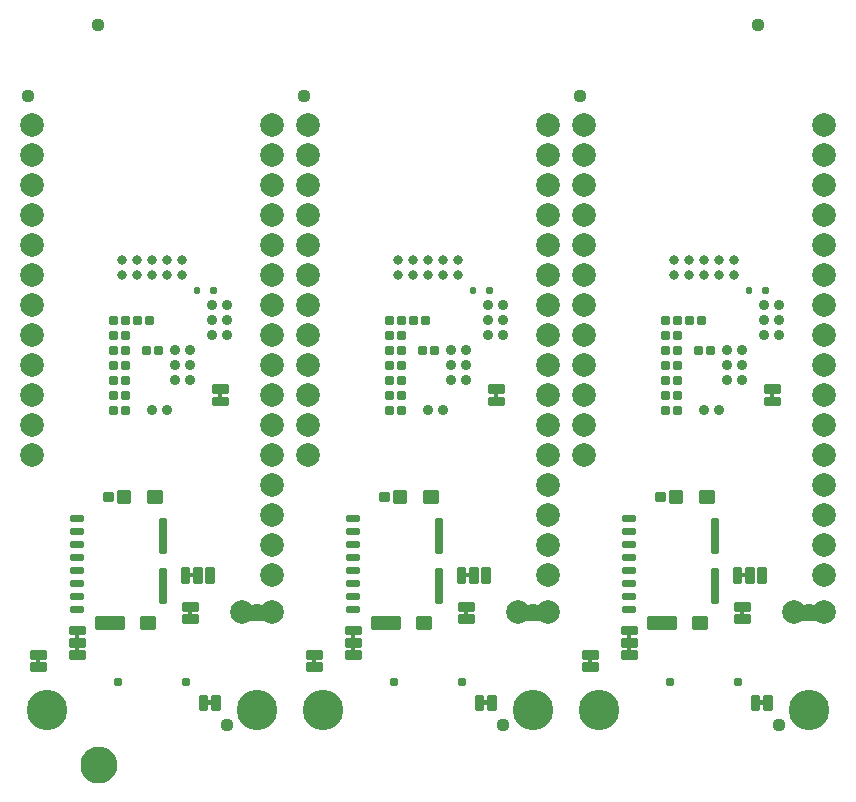
<source format=gbs>
G04 EAGLE Gerber RS-274X export*
G75*
%MOMM*%
%FSLAX34Y34*%
%LPD*%
%INSoldermask Bottom*%
%IPPOS*%
%AMOC8*
5,1,8,0,0,1.08239X$1,22.5*%
G01*
%ADD10C,2.006600*%
%ADD11C,1.127000*%
%ADD12C,3.429000*%
%ADD13C,0.777000*%
%ADD14C,0.228344*%
%ADD15C,0.228600*%
%ADD16C,0.225719*%
%ADD17C,0.228688*%
%ADD18C,0.235400*%
%ADD19C,0.223409*%
%ADD20C,0.812800*%
%ADD21C,0.889000*%
%ADD22C,0.225369*%
%ADD23C,0.226609*%
%ADD24C,1.270000*%
%ADD25C,1.627000*%

G36*
X205170Y100723D02*
X205170Y100723D01*
X205236Y100725D01*
X205279Y100743D01*
X205326Y100751D01*
X205383Y100785D01*
X205443Y100810D01*
X205478Y100841D01*
X205519Y100866D01*
X205561Y100917D01*
X205609Y100961D01*
X205631Y101003D01*
X205660Y101040D01*
X205681Y101102D01*
X205712Y101161D01*
X205720Y101215D01*
X205732Y101252D01*
X205731Y101292D01*
X205739Y101346D01*
X205739Y114554D01*
X205728Y114619D01*
X205726Y114685D01*
X205708Y114728D01*
X205700Y114775D01*
X205666Y114832D01*
X205641Y114892D01*
X205610Y114927D01*
X205585Y114968D01*
X205534Y115010D01*
X205490Y115058D01*
X205448Y115080D01*
X205411Y115109D01*
X205349Y115130D01*
X205290Y115161D01*
X205236Y115169D01*
X205199Y115181D01*
X205159Y115180D01*
X205105Y115188D01*
X201295Y115188D01*
X201230Y115177D01*
X201164Y115175D01*
X201121Y115157D01*
X201074Y115149D01*
X201017Y115115D01*
X200957Y115090D01*
X200922Y115059D01*
X200881Y115034D01*
X200840Y114983D01*
X200791Y114939D01*
X200769Y114897D01*
X200740Y114860D01*
X200719Y114798D01*
X200688Y114739D01*
X200680Y114685D01*
X200668Y114648D01*
X200669Y114608D01*
X200661Y114554D01*
X200661Y101346D01*
X200672Y101281D01*
X200674Y101215D01*
X200692Y101172D01*
X200700Y101125D01*
X200734Y101068D01*
X200759Y101008D01*
X200790Y100973D01*
X200815Y100932D01*
X200866Y100891D01*
X200910Y100842D01*
X200952Y100820D01*
X200989Y100791D01*
X201051Y100770D01*
X201110Y100739D01*
X201164Y100731D01*
X201201Y100719D01*
X201241Y100720D01*
X201295Y100712D01*
X205105Y100712D01*
X205170Y100723D01*
G37*
G36*
X672530Y100723D02*
X672530Y100723D01*
X672596Y100725D01*
X672639Y100743D01*
X672686Y100751D01*
X672743Y100785D01*
X672803Y100810D01*
X672838Y100841D01*
X672879Y100866D01*
X672921Y100917D01*
X672969Y100961D01*
X672991Y101003D01*
X673020Y101040D01*
X673041Y101102D01*
X673072Y101161D01*
X673080Y101215D01*
X673092Y101252D01*
X673091Y101292D01*
X673099Y101346D01*
X673099Y114554D01*
X673088Y114619D01*
X673086Y114685D01*
X673068Y114728D01*
X673060Y114775D01*
X673026Y114832D01*
X673001Y114892D01*
X672970Y114927D01*
X672945Y114968D01*
X672894Y115010D01*
X672850Y115058D01*
X672808Y115080D01*
X672771Y115109D01*
X672709Y115130D01*
X672650Y115161D01*
X672596Y115169D01*
X672559Y115181D01*
X672519Y115180D01*
X672465Y115188D01*
X668655Y115188D01*
X668590Y115177D01*
X668524Y115175D01*
X668481Y115157D01*
X668434Y115149D01*
X668377Y115115D01*
X668317Y115090D01*
X668282Y115059D01*
X668241Y115034D01*
X668200Y114983D01*
X668151Y114939D01*
X668129Y114897D01*
X668100Y114860D01*
X668079Y114798D01*
X668048Y114739D01*
X668040Y114685D01*
X668028Y114648D01*
X668029Y114608D01*
X668021Y114554D01*
X668021Y101346D01*
X668032Y101281D01*
X668034Y101215D01*
X668052Y101172D01*
X668060Y101125D01*
X668094Y101068D01*
X668119Y101008D01*
X668150Y100973D01*
X668175Y100932D01*
X668226Y100891D01*
X668270Y100842D01*
X668312Y100820D01*
X668349Y100791D01*
X668411Y100770D01*
X668470Y100739D01*
X668524Y100731D01*
X668561Y100719D01*
X668601Y100720D01*
X668655Y100712D01*
X672465Y100712D01*
X672530Y100723D01*
G37*
G36*
X438850Y100723D02*
X438850Y100723D01*
X438916Y100725D01*
X438959Y100743D01*
X439006Y100751D01*
X439063Y100785D01*
X439123Y100810D01*
X439158Y100841D01*
X439199Y100866D01*
X439241Y100917D01*
X439289Y100961D01*
X439311Y101003D01*
X439340Y101040D01*
X439361Y101102D01*
X439392Y101161D01*
X439400Y101215D01*
X439412Y101252D01*
X439411Y101292D01*
X439419Y101346D01*
X439419Y114554D01*
X439408Y114619D01*
X439406Y114685D01*
X439388Y114728D01*
X439380Y114775D01*
X439346Y114832D01*
X439321Y114892D01*
X439290Y114927D01*
X439265Y114968D01*
X439214Y115010D01*
X439170Y115058D01*
X439128Y115080D01*
X439091Y115109D01*
X439029Y115130D01*
X438970Y115161D01*
X438916Y115169D01*
X438879Y115181D01*
X438839Y115180D01*
X438785Y115188D01*
X434975Y115188D01*
X434910Y115177D01*
X434844Y115175D01*
X434801Y115157D01*
X434754Y115149D01*
X434697Y115115D01*
X434637Y115090D01*
X434602Y115059D01*
X434561Y115034D01*
X434520Y114983D01*
X434471Y114939D01*
X434449Y114897D01*
X434420Y114860D01*
X434399Y114798D01*
X434368Y114739D01*
X434360Y114685D01*
X434348Y114648D01*
X434349Y114608D01*
X434341Y114554D01*
X434341Y101346D01*
X434352Y101281D01*
X434354Y101215D01*
X434372Y101172D01*
X434380Y101125D01*
X434414Y101068D01*
X434439Y101008D01*
X434470Y100973D01*
X434495Y100932D01*
X434546Y100891D01*
X434590Y100842D01*
X434632Y100820D01*
X434669Y100791D01*
X434731Y100770D01*
X434790Y100739D01*
X434844Y100731D01*
X434881Y100719D01*
X434921Y100720D01*
X434975Y100712D01*
X438785Y100712D01*
X438850Y100723D01*
G37*
G36*
X640145Y289572D02*
X640145Y289572D01*
X640211Y289574D01*
X640254Y289592D01*
X640301Y289600D01*
X640358Y289634D01*
X640418Y289659D01*
X640453Y289690D01*
X640494Y289715D01*
X640536Y289766D01*
X640584Y289810D01*
X640606Y289852D01*
X640635Y289889D01*
X640656Y289951D01*
X640687Y290010D01*
X640695Y290064D01*
X640707Y290101D01*
X640706Y290141D01*
X640714Y290195D01*
X640714Y294005D01*
X640703Y294070D01*
X640701Y294136D01*
X640683Y294179D01*
X640675Y294226D01*
X640641Y294283D01*
X640616Y294343D01*
X640585Y294378D01*
X640560Y294419D01*
X640509Y294461D01*
X640465Y294509D01*
X640423Y294531D01*
X640386Y294560D01*
X640324Y294581D01*
X640265Y294612D01*
X640211Y294620D01*
X640174Y294632D01*
X640134Y294631D01*
X640080Y294639D01*
X637540Y294639D01*
X637475Y294628D01*
X637409Y294626D01*
X637366Y294608D01*
X637319Y294600D01*
X637262Y294566D01*
X637202Y294541D01*
X637167Y294510D01*
X637126Y294485D01*
X637085Y294434D01*
X637036Y294390D01*
X637014Y294348D01*
X636985Y294311D01*
X636964Y294249D01*
X636933Y294190D01*
X636925Y294136D01*
X636913Y294099D01*
X636913Y294095D01*
X636913Y294094D01*
X636914Y294059D01*
X636906Y294005D01*
X636906Y290195D01*
X636917Y290130D01*
X636919Y290064D01*
X636937Y290021D01*
X636945Y289974D01*
X636979Y289917D01*
X637004Y289857D01*
X637035Y289822D01*
X637060Y289781D01*
X637111Y289740D01*
X637155Y289691D01*
X637197Y289669D01*
X637234Y289640D01*
X637296Y289619D01*
X637355Y289588D01*
X637409Y289580D01*
X637446Y289568D01*
X637486Y289569D01*
X637540Y289561D01*
X640080Y289561D01*
X640145Y289572D01*
G37*
G36*
X406465Y289572D02*
X406465Y289572D01*
X406531Y289574D01*
X406574Y289592D01*
X406621Y289600D01*
X406678Y289634D01*
X406738Y289659D01*
X406773Y289690D01*
X406814Y289715D01*
X406856Y289766D01*
X406904Y289810D01*
X406926Y289852D01*
X406955Y289889D01*
X406976Y289951D01*
X407007Y290010D01*
X407015Y290064D01*
X407027Y290101D01*
X407026Y290141D01*
X407034Y290195D01*
X407034Y294005D01*
X407023Y294070D01*
X407021Y294136D01*
X407003Y294179D01*
X406995Y294226D01*
X406961Y294283D01*
X406936Y294343D01*
X406905Y294378D01*
X406880Y294419D01*
X406829Y294461D01*
X406785Y294509D01*
X406743Y294531D01*
X406706Y294560D01*
X406644Y294581D01*
X406585Y294612D01*
X406531Y294620D01*
X406494Y294632D01*
X406454Y294631D01*
X406400Y294639D01*
X403860Y294639D01*
X403795Y294628D01*
X403729Y294626D01*
X403686Y294608D01*
X403639Y294600D01*
X403582Y294566D01*
X403522Y294541D01*
X403487Y294510D01*
X403446Y294485D01*
X403405Y294434D01*
X403356Y294390D01*
X403334Y294348D01*
X403305Y294311D01*
X403284Y294249D01*
X403253Y294190D01*
X403245Y294136D01*
X403233Y294099D01*
X403233Y294095D01*
X403233Y294094D01*
X403234Y294059D01*
X403226Y294005D01*
X403226Y290195D01*
X403237Y290130D01*
X403239Y290064D01*
X403257Y290021D01*
X403265Y289974D01*
X403299Y289917D01*
X403324Y289857D01*
X403355Y289822D01*
X403380Y289781D01*
X403431Y289740D01*
X403475Y289691D01*
X403517Y289669D01*
X403554Y289640D01*
X403616Y289619D01*
X403675Y289588D01*
X403729Y289580D01*
X403766Y289568D01*
X403806Y289569D01*
X403860Y289561D01*
X406400Y289561D01*
X406465Y289572D01*
G37*
G36*
X172785Y289572D02*
X172785Y289572D01*
X172851Y289574D01*
X172894Y289592D01*
X172941Y289600D01*
X172998Y289634D01*
X173058Y289659D01*
X173093Y289690D01*
X173134Y289715D01*
X173176Y289766D01*
X173224Y289810D01*
X173246Y289852D01*
X173275Y289889D01*
X173296Y289951D01*
X173327Y290010D01*
X173335Y290064D01*
X173347Y290101D01*
X173346Y290141D01*
X173354Y290195D01*
X173354Y294005D01*
X173343Y294070D01*
X173341Y294136D01*
X173323Y294179D01*
X173315Y294226D01*
X173281Y294283D01*
X173256Y294343D01*
X173225Y294378D01*
X173200Y294419D01*
X173149Y294461D01*
X173105Y294509D01*
X173063Y294531D01*
X173026Y294560D01*
X172964Y294581D01*
X172905Y294612D01*
X172851Y294620D01*
X172814Y294632D01*
X172774Y294631D01*
X172720Y294639D01*
X170180Y294639D01*
X170115Y294628D01*
X170049Y294626D01*
X170006Y294608D01*
X169959Y294600D01*
X169902Y294566D01*
X169842Y294541D01*
X169807Y294510D01*
X169766Y294485D01*
X169725Y294434D01*
X169676Y294390D01*
X169654Y294348D01*
X169625Y294311D01*
X169604Y294249D01*
X169573Y294190D01*
X169565Y294136D01*
X169553Y294099D01*
X169553Y294095D01*
X169553Y294094D01*
X169554Y294059D01*
X169546Y294005D01*
X169546Y290195D01*
X169557Y290130D01*
X169559Y290064D01*
X169577Y290021D01*
X169585Y289974D01*
X169619Y289917D01*
X169644Y289857D01*
X169675Y289822D01*
X169700Y289781D01*
X169751Y289740D01*
X169795Y289691D01*
X169837Y289669D01*
X169874Y289640D01*
X169936Y289619D01*
X169995Y289588D01*
X170049Y289580D01*
X170086Y289568D01*
X170126Y289569D01*
X170180Y289561D01*
X172720Y289561D01*
X172785Y289572D01*
G37*
G36*
X147385Y105422D02*
X147385Y105422D01*
X147451Y105424D01*
X147494Y105442D01*
X147541Y105450D01*
X147598Y105484D01*
X147658Y105509D01*
X147693Y105540D01*
X147734Y105565D01*
X147776Y105616D01*
X147824Y105660D01*
X147846Y105702D01*
X147875Y105739D01*
X147896Y105801D01*
X147927Y105860D01*
X147935Y105914D01*
X147947Y105951D01*
X147946Y105991D01*
X147954Y106045D01*
X147954Y109855D01*
X147943Y109920D01*
X147941Y109986D01*
X147923Y110029D01*
X147915Y110076D01*
X147881Y110133D01*
X147856Y110193D01*
X147825Y110228D01*
X147800Y110269D01*
X147749Y110311D01*
X147705Y110359D01*
X147663Y110381D01*
X147626Y110410D01*
X147564Y110431D01*
X147505Y110462D01*
X147451Y110470D01*
X147414Y110482D01*
X147374Y110481D01*
X147320Y110489D01*
X144780Y110489D01*
X144715Y110478D01*
X144649Y110476D01*
X144606Y110458D01*
X144559Y110450D01*
X144502Y110416D01*
X144442Y110391D01*
X144407Y110360D01*
X144366Y110335D01*
X144325Y110284D01*
X144276Y110240D01*
X144254Y110198D01*
X144225Y110161D01*
X144204Y110099D01*
X144173Y110040D01*
X144165Y109986D01*
X144153Y109949D01*
X144153Y109945D01*
X144153Y109944D01*
X144154Y109909D01*
X144146Y109855D01*
X144146Y106045D01*
X144157Y105980D01*
X144159Y105914D01*
X144177Y105871D01*
X144185Y105824D01*
X144219Y105767D01*
X144244Y105707D01*
X144275Y105672D01*
X144300Y105631D01*
X144351Y105590D01*
X144395Y105541D01*
X144437Y105519D01*
X144474Y105490D01*
X144536Y105469D01*
X144595Y105438D01*
X144649Y105430D01*
X144686Y105418D01*
X144726Y105419D01*
X144780Y105411D01*
X147320Y105411D01*
X147385Y105422D01*
G37*
G36*
X614745Y105422D02*
X614745Y105422D01*
X614811Y105424D01*
X614854Y105442D01*
X614901Y105450D01*
X614958Y105484D01*
X615018Y105509D01*
X615053Y105540D01*
X615094Y105565D01*
X615136Y105616D01*
X615184Y105660D01*
X615206Y105702D01*
X615235Y105739D01*
X615256Y105801D01*
X615287Y105860D01*
X615295Y105914D01*
X615307Y105951D01*
X615306Y105991D01*
X615314Y106045D01*
X615314Y109855D01*
X615303Y109920D01*
X615301Y109986D01*
X615283Y110029D01*
X615275Y110076D01*
X615241Y110133D01*
X615216Y110193D01*
X615185Y110228D01*
X615160Y110269D01*
X615109Y110311D01*
X615065Y110359D01*
X615023Y110381D01*
X614986Y110410D01*
X614924Y110431D01*
X614865Y110462D01*
X614811Y110470D01*
X614774Y110482D01*
X614734Y110481D01*
X614680Y110489D01*
X612140Y110489D01*
X612075Y110478D01*
X612009Y110476D01*
X611966Y110458D01*
X611919Y110450D01*
X611862Y110416D01*
X611802Y110391D01*
X611767Y110360D01*
X611726Y110335D01*
X611685Y110284D01*
X611636Y110240D01*
X611614Y110198D01*
X611585Y110161D01*
X611564Y110099D01*
X611533Y110040D01*
X611525Y109986D01*
X611513Y109949D01*
X611513Y109945D01*
X611513Y109944D01*
X611514Y109909D01*
X611506Y109855D01*
X611506Y106045D01*
X611517Y105980D01*
X611519Y105914D01*
X611537Y105871D01*
X611545Y105824D01*
X611579Y105767D01*
X611604Y105707D01*
X611635Y105672D01*
X611660Y105631D01*
X611711Y105590D01*
X611755Y105541D01*
X611797Y105519D01*
X611834Y105490D01*
X611896Y105469D01*
X611955Y105438D01*
X612009Y105430D01*
X612046Y105418D01*
X612086Y105419D01*
X612140Y105411D01*
X614680Y105411D01*
X614745Y105422D01*
G37*
G36*
X381065Y105422D02*
X381065Y105422D01*
X381131Y105424D01*
X381174Y105442D01*
X381221Y105450D01*
X381278Y105484D01*
X381338Y105509D01*
X381373Y105540D01*
X381414Y105565D01*
X381456Y105616D01*
X381504Y105660D01*
X381526Y105702D01*
X381555Y105739D01*
X381576Y105801D01*
X381607Y105860D01*
X381615Y105914D01*
X381627Y105951D01*
X381626Y105991D01*
X381634Y106045D01*
X381634Y109855D01*
X381623Y109920D01*
X381621Y109986D01*
X381603Y110029D01*
X381595Y110076D01*
X381561Y110133D01*
X381536Y110193D01*
X381505Y110228D01*
X381480Y110269D01*
X381429Y110311D01*
X381385Y110359D01*
X381343Y110381D01*
X381306Y110410D01*
X381244Y110431D01*
X381185Y110462D01*
X381131Y110470D01*
X381094Y110482D01*
X381054Y110481D01*
X381000Y110489D01*
X378460Y110489D01*
X378395Y110478D01*
X378329Y110476D01*
X378286Y110458D01*
X378239Y110450D01*
X378182Y110416D01*
X378122Y110391D01*
X378087Y110360D01*
X378046Y110335D01*
X378005Y110284D01*
X377956Y110240D01*
X377934Y110198D01*
X377905Y110161D01*
X377884Y110099D01*
X377853Y110040D01*
X377845Y109986D01*
X377833Y109949D01*
X377833Y109945D01*
X377833Y109944D01*
X377834Y109909D01*
X377826Y109855D01*
X377826Y106045D01*
X377837Y105980D01*
X377839Y105914D01*
X377857Y105871D01*
X377865Y105824D01*
X377899Y105767D01*
X377924Y105707D01*
X377955Y105672D01*
X377980Y105631D01*
X378031Y105590D01*
X378075Y105541D01*
X378117Y105519D01*
X378154Y105490D01*
X378216Y105469D01*
X378275Y105438D01*
X378329Y105430D01*
X378366Y105418D01*
X378406Y105419D01*
X378460Y105411D01*
X381000Y105411D01*
X381065Y105422D01*
G37*
G36*
X52135Y85102D02*
X52135Y85102D01*
X52201Y85104D01*
X52244Y85122D01*
X52291Y85130D01*
X52348Y85164D01*
X52408Y85189D01*
X52443Y85220D01*
X52484Y85245D01*
X52526Y85296D01*
X52574Y85340D01*
X52596Y85382D01*
X52625Y85419D01*
X52646Y85481D01*
X52677Y85540D01*
X52685Y85594D01*
X52697Y85631D01*
X52696Y85671D01*
X52704Y85725D01*
X52704Y89535D01*
X52693Y89600D01*
X52691Y89666D01*
X52673Y89709D01*
X52665Y89756D01*
X52631Y89813D01*
X52606Y89873D01*
X52575Y89908D01*
X52550Y89949D01*
X52499Y89991D01*
X52455Y90039D01*
X52413Y90061D01*
X52376Y90090D01*
X52314Y90111D01*
X52255Y90142D01*
X52201Y90150D01*
X52164Y90162D01*
X52124Y90161D01*
X52070Y90169D01*
X49530Y90169D01*
X49465Y90158D01*
X49399Y90156D01*
X49356Y90138D01*
X49309Y90130D01*
X49252Y90096D01*
X49192Y90071D01*
X49157Y90040D01*
X49116Y90015D01*
X49075Y89964D01*
X49026Y89920D01*
X49004Y89878D01*
X48975Y89841D01*
X48954Y89779D01*
X48923Y89720D01*
X48915Y89666D01*
X48903Y89629D01*
X48903Y89625D01*
X48903Y89624D01*
X48904Y89589D01*
X48896Y89535D01*
X48896Y85725D01*
X48907Y85660D01*
X48909Y85594D01*
X48927Y85551D01*
X48935Y85504D01*
X48969Y85447D01*
X48994Y85387D01*
X49025Y85352D01*
X49050Y85311D01*
X49101Y85270D01*
X49145Y85221D01*
X49187Y85199D01*
X49224Y85170D01*
X49286Y85149D01*
X49345Y85118D01*
X49399Y85110D01*
X49436Y85098D01*
X49476Y85099D01*
X49530Y85091D01*
X52070Y85091D01*
X52135Y85102D01*
G37*
G36*
X519495Y85102D02*
X519495Y85102D01*
X519561Y85104D01*
X519604Y85122D01*
X519651Y85130D01*
X519708Y85164D01*
X519768Y85189D01*
X519803Y85220D01*
X519844Y85245D01*
X519886Y85296D01*
X519934Y85340D01*
X519956Y85382D01*
X519985Y85419D01*
X520006Y85481D01*
X520037Y85540D01*
X520045Y85594D01*
X520057Y85631D01*
X520056Y85671D01*
X520064Y85725D01*
X520064Y89535D01*
X520053Y89600D01*
X520051Y89666D01*
X520033Y89709D01*
X520025Y89756D01*
X519991Y89813D01*
X519966Y89873D01*
X519935Y89908D01*
X519910Y89949D01*
X519859Y89991D01*
X519815Y90039D01*
X519773Y90061D01*
X519736Y90090D01*
X519674Y90111D01*
X519615Y90142D01*
X519561Y90150D01*
X519524Y90162D01*
X519484Y90161D01*
X519430Y90169D01*
X516890Y90169D01*
X516825Y90158D01*
X516759Y90156D01*
X516716Y90138D01*
X516669Y90130D01*
X516612Y90096D01*
X516552Y90071D01*
X516517Y90040D01*
X516476Y90015D01*
X516435Y89964D01*
X516386Y89920D01*
X516364Y89878D01*
X516335Y89841D01*
X516314Y89779D01*
X516283Y89720D01*
X516275Y89666D01*
X516263Y89629D01*
X516263Y89625D01*
X516263Y89624D01*
X516264Y89589D01*
X516256Y89535D01*
X516256Y85725D01*
X516267Y85660D01*
X516269Y85594D01*
X516287Y85551D01*
X516295Y85504D01*
X516329Y85447D01*
X516354Y85387D01*
X516385Y85352D01*
X516410Y85311D01*
X516461Y85270D01*
X516505Y85221D01*
X516547Y85199D01*
X516584Y85170D01*
X516646Y85149D01*
X516705Y85118D01*
X516759Y85110D01*
X516796Y85098D01*
X516836Y85099D01*
X516890Y85091D01*
X519430Y85091D01*
X519495Y85102D01*
G37*
G36*
X285815Y85102D02*
X285815Y85102D01*
X285881Y85104D01*
X285924Y85122D01*
X285971Y85130D01*
X286028Y85164D01*
X286088Y85189D01*
X286123Y85220D01*
X286164Y85245D01*
X286206Y85296D01*
X286254Y85340D01*
X286276Y85382D01*
X286305Y85419D01*
X286326Y85481D01*
X286357Y85540D01*
X286365Y85594D01*
X286377Y85631D01*
X286376Y85671D01*
X286384Y85725D01*
X286384Y89535D01*
X286373Y89600D01*
X286371Y89666D01*
X286353Y89709D01*
X286345Y89756D01*
X286311Y89813D01*
X286286Y89873D01*
X286255Y89908D01*
X286230Y89949D01*
X286179Y89991D01*
X286135Y90039D01*
X286093Y90061D01*
X286056Y90090D01*
X285994Y90111D01*
X285935Y90142D01*
X285881Y90150D01*
X285844Y90162D01*
X285804Y90161D01*
X285750Y90169D01*
X283210Y90169D01*
X283145Y90158D01*
X283079Y90156D01*
X283036Y90138D01*
X282989Y90130D01*
X282932Y90096D01*
X282872Y90071D01*
X282837Y90040D01*
X282796Y90015D01*
X282755Y89964D01*
X282706Y89920D01*
X282684Y89878D01*
X282655Y89841D01*
X282634Y89779D01*
X282603Y89720D01*
X282595Y89666D01*
X282583Y89629D01*
X282583Y89625D01*
X282583Y89624D01*
X282584Y89589D01*
X282576Y89535D01*
X282576Y85725D01*
X282587Y85660D01*
X282589Y85594D01*
X282607Y85551D01*
X282615Y85504D01*
X282649Y85447D01*
X282674Y85387D01*
X282705Y85352D01*
X282730Y85311D01*
X282781Y85270D01*
X282825Y85221D01*
X282867Y85199D01*
X282904Y85170D01*
X282966Y85149D01*
X283025Y85118D01*
X283079Y85110D01*
X283116Y85098D01*
X283156Y85099D01*
X283210Y85091D01*
X285750Y85091D01*
X285815Y85102D01*
G37*
G36*
X52135Y74942D02*
X52135Y74942D01*
X52201Y74944D01*
X52244Y74962D01*
X52291Y74970D01*
X52348Y75004D01*
X52408Y75029D01*
X52443Y75060D01*
X52484Y75085D01*
X52526Y75136D01*
X52574Y75180D01*
X52596Y75222D01*
X52625Y75259D01*
X52646Y75321D01*
X52677Y75380D01*
X52685Y75434D01*
X52697Y75471D01*
X52696Y75511D01*
X52704Y75565D01*
X52704Y79375D01*
X52693Y79440D01*
X52691Y79506D01*
X52673Y79549D01*
X52665Y79596D01*
X52631Y79653D01*
X52606Y79713D01*
X52575Y79748D01*
X52550Y79789D01*
X52499Y79831D01*
X52455Y79879D01*
X52413Y79901D01*
X52376Y79930D01*
X52314Y79951D01*
X52255Y79982D01*
X52201Y79990D01*
X52164Y80002D01*
X52124Y80001D01*
X52070Y80009D01*
X49530Y80009D01*
X49465Y79998D01*
X49399Y79996D01*
X49356Y79978D01*
X49309Y79970D01*
X49252Y79936D01*
X49192Y79911D01*
X49157Y79880D01*
X49116Y79855D01*
X49075Y79804D01*
X49026Y79760D01*
X49004Y79718D01*
X48975Y79681D01*
X48954Y79619D01*
X48923Y79560D01*
X48915Y79506D01*
X48903Y79469D01*
X48903Y79465D01*
X48903Y79464D01*
X48904Y79429D01*
X48896Y79375D01*
X48896Y75565D01*
X48907Y75500D01*
X48909Y75434D01*
X48927Y75391D01*
X48935Y75344D01*
X48969Y75287D01*
X48994Y75227D01*
X49025Y75192D01*
X49050Y75151D01*
X49101Y75110D01*
X49145Y75061D01*
X49187Y75039D01*
X49224Y75010D01*
X49286Y74989D01*
X49345Y74958D01*
X49399Y74950D01*
X49436Y74938D01*
X49476Y74939D01*
X49530Y74931D01*
X52070Y74931D01*
X52135Y74942D01*
G37*
G36*
X285815Y74942D02*
X285815Y74942D01*
X285881Y74944D01*
X285924Y74962D01*
X285971Y74970D01*
X286028Y75004D01*
X286088Y75029D01*
X286123Y75060D01*
X286164Y75085D01*
X286206Y75136D01*
X286254Y75180D01*
X286276Y75222D01*
X286305Y75259D01*
X286326Y75321D01*
X286357Y75380D01*
X286365Y75434D01*
X286377Y75471D01*
X286376Y75511D01*
X286384Y75565D01*
X286384Y79375D01*
X286373Y79440D01*
X286371Y79506D01*
X286353Y79549D01*
X286345Y79596D01*
X286311Y79653D01*
X286286Y79713D01*
X286255Y79748D01*
X286230Y79789D01*
X286179Y79831D01*
X286135Y79879D01*
X286093Y79901D01*
X286056Y79930D01*
X285994Y79951D01*
X285935Y79982D01*
X285881Y79990D01*
X285844Y80002D01*
X285804Y80001D01*
X285750Y80009D01*
X283210Y80009D01*
X283145Y79998D01*
X283079Y79996D01*
X283036Y79978D01*
X282989Y79970D01*
X282932Y79936D01*
X282872Y79911D01*
X282837Y79880D01*
X282796Y79855D01*
X282755Y79804D01*
X282706Y79760D01*
X282684Y79718D01*
X282655Y79681D01*
X282634Y79619D01*
X282603Y79560D01*
X282595Y79506D01*
X282583Y79469D01*
X282583Y79465D01*
X282583Y79464D01*
X282584Y79429D01*
X282576Y79375D01*
X282576Y75565D01*
X282587Y75500D01*
X282589Y75434D01*
X282607Y75391D01*
X282615Y75344D01*
X282649Y75287D01*
X282674Y75227D01*
X282705Y75192D01*
X282730Y75151D01*
X282781Y75110D01*
X282825Y75061D01*
X282867Y75039D01*
X282904Y75010D01*
X282966Y74989D01*
X283025Y74958D01*
X283079Y74950D01*
X283116Y74938D01*
X283156Y74939D01*
X283210Y74931D01*
X285750Y74931D01*
X285815Y74942D01*
G37*
G36*
X519495Y74942D02*
X519495Y74942D01*
X519561Y74944D01*
X519604Y74962D01*
X519651Y74970D01*
X519708Y75004D01*
X519768Y75029D01*
X519803Y75060D01*
X519844Y75085D01*
X519886Y75136D01*
X519934Y75180D01*
X519956Y75222D01*
X519985Y75259D01*
X520006Y75321D01*
X520037Y75380D01*
X520045Y75434D01*
X520057Y75471D01*
X520056Y75511D01*
X520064Y75565D01*
X520064Y79375D01*
X520053Y79440D01*
X520051Y79506D01*
X520033Y79549D01*
X520025Y79596D01*
X519991Y79653D01*
X519966Y79713D01*
X519935Y79748D01*
X519910Y79789D01*
X519859Y79831D01*
X519815Y79879D01*
X519773Y79901D01*
X519736Y79930D01*
X519674Y79951D01*
X519615Y79982D01*
X519561Y79990D01*
X519524Y80002D01*
X519484Y80001D01*
X519430Y80009D01*
X516890Y80009D01*
X516825Y79998D01*
X516759Y79996D01*
X516716Y79978D01*
X516669Y79970D01*
X516612Y79936D01*
X516552Y79911D01*
X516517Y79880D01*
X516476Y79855D01*
X516435Y79804D01*
X516386Y79760D01*
X516364Y79718D01*
X516335Y79681D01*
X516314Y79619D01*
X516283Y79560D01*
X516275Y79506D01*
X516263Y79469D01*
X516263Y79465D01*
X516263Y79464D01*
X516264Y79429D01*
X516256Y79375D01*
X516256Y75565D01*
X516267Y75500D01*
X516269Y75434D01*
X516287Y75391D01*
X516295Y75344D01*
X516329Y75287D01*
X516354Y75227D01*
X516385Y75192D01*
X516410Y75151D01*
X516461Y75110D01*
X516505Y75061D01*
X516547Y75039D01*
X516584Y75010D01*
X516646Y74989D01*
X516705Y74958D01*
X516759Y74950D01*
X516796Y74938D01*
X516836Y74939D01*
X516890Y74931D01*
X519430Y74931D01*
X519495Y74942D01*
G37*
G36*
X486475Y64782D02*
X486475Y64782D01*
X486541Y64784D01*
X486584Y64802D01*
X486631Y64810D01*
X486688Y64844D01*
X486748Y64869D01*
X486783Y64900D01*
X486824Y64925D01*
X486866Y64976D01*
X486914Y65020D01*
X486936Y65062D01*
X486965Y65099D01*
X486986Y65161D01*
X487017Y65220D01*
X487025Y65274D01*
X487037Y65311D01*
X487036Y65351D01*
X487044Y65405D01*
X487044Y69215D01*
X487033Y69280D01*
X487031Y69346D01*
X487013Y69389D01*
X487005Y69436D01*
X486971Y69493D01*
X486946Y69553D01*
X486915Y69588D01*
X486890Y69629D01*
X486839Y69671D01*
X486795Y69719D01*
X486753Y69741D01*
X486716Y69770D01*
X486654Y69791D01*
X486595Y69822D01*
X486541Y69830D01*
X486504Y69842D01*
X486464Y69841D01*
X486410Y69849D01*
X483870Y69849D01*
X483805Y69838D01*
X483739Y69836D01*
X483696Y69818D01*
X483649Y69810D01*
X483592Y69776D01*
X483532Y69751D01*
X483497Y69720D01*
X483456Y69695D01*
X483415Y69644D01*
X483366Y69600D01*
X483344Y69558D01*
X483315Y69521D01*
X483294Y69459D01*
X483263Y69400D01*
X483255Y69346D01*
X483243Y69309D01*
X483243Y69305D01*
X483243Y69304D01*
X483244Y69269D01*
X483236Y69215D01*
X483236Y65405D01*
X483247Y65340D01*
X483249Y65274D01*
X483267Y65231D01*
X483275Y65184D01*
X483309Y65127D01*
X483334Y65067D01*
X483365Y65032D01*
X483390Y64991D01*
X483441Y64950D01*
X483485Y64901D01*
X483527Y64879D01*
X483564Y64850D01*
X483626Y64829D01*
X483685Y64798D01*
X483739Y64790D01*
X483776Y64778D01*
X483816Y64779D01*
X483870Y64771D01*
X486410Y64771D01*
X486475Y64782D01*
G37*
G36*
X252795Y64782D02*
X252795Y64782D01*
X252861Y64784D01*
X252904Y64802D01*
X252951Y64810D01*
X253008Y64844D01*
X253068Y64869D01*
X253103Y64900D01*
X253144Y64925D01*
X253186Y64976D01*
X253234Y65020D01*
X253256Y65062D01*
X253285Y65099D01*
X253306Y65161D01*
X253337Y65220D01*
X253345Y65274D01*
X253357Y65311D01*
X253356Y65351D01*
X253364Y65405D01*
X253364Y69215D01*
X253353Y69280D01*
X253351Y69346D01*
X253333Y69389D01*
X253325Y69436D01*
X253291Y69493D01*
X253266Y69553D01*
X253235Y69588D01*
X253210Y69629D01*
X253159Y69671D01*
X253115Y69719D01*
X253073Y69741D01*
X253036Y69770D01*
X252974Y69791D01*
X252915Y69822D01*
X252861Y69830D01*
X252824Y69842D01*
X252784Y69841D01*
X252730Y69849D01*
X250190Y69849D01*
X250125Y69838D01*
X250059Y69836D01*
X250016Y69818D01*
X249969Y69810D01*
X249912Y69776D01*
X249852Y69751D01*
X249817Y69720D01*
X249776Y69695D01*
X249735Y69644D01*
X249686Y69600D01*
X249664Y69558D01*
X249635Y69521D01*
X249614Y69459D01*
X249583Y69400D01*
X249575Y69346D01*
X249563Y69309D01*
X249563Y69305D01*
X249563Y69304D01*
X249564Y69269D01*
X249556Y69215D01*
X249556Y65405D01*
X249567Y65340D01*
X249569Y65274D01*
X249587Y65231D01*
X249595Y65184D01*
X249629Y65127D01*
X249654Y65067D01*
X249685Y65032D01*
X249710Y64991D01*
X249761Y64950D01*
X249805Y64901D01*
X249847Y64879D01*
X249884Y64850D01*
X249946Y64829D01*
X250005Y64798D01*
X250059Y64790D01*
X250096Y64778D01*
X250136Y64779D01*
X250190Y64771D01*
X252730Y64771D01*
X252795Y64782D01*
G37*
G36*
X19115Y64782D02*
X19115Y64782D01*
X19181Y64784D01*
X19224Y64802D01*
X19271Y64810D01*
X19328Y64844D01*
X19388Y64869D01*
X19423Y64900D01*
X19464Y64925D01*
X19506Y64976D01*
X19554Y65020D01*
X19576Y65062D01*
X19605Y65099D01*
X19626Y65161D01*
X19657Y65220D01*
X19665Y65274D01*
X19677Y65311D01*
X19676Y65351D01*
X19684Y65405D01*
X19684Y69215D01*
X19673Y69280D01*
X19671Y69346D01*
X19653Y69389D01*
X19645Y69436D01*
X19611Y69493D01*
X19586Y69553D01*
X19555Y69588D01*
X19530Y69629D01*
X19479Y69671D01*
X19435Y69719D01*
X19393Y69741D01*
X19356Y69770D01*
X19294Y69791D01*
X19235Y69822D01*
X19181Y69830D01*
X19144Y69842D01*
X19104Y69841D01*
X19050Y69849D01*
X16510Y69849D01*
X16445Y69838D01*
X16379Y69836D01*
X16336Y69818D01*
X16289Y69810D01*
X16232Y69776D01*
X16172Y69751D01*
X16137Y69720D01*
X16096Y69695D01*
X16055Y69644D01*
X16006Y69600D01*
X15984Y69558D01*
X15955Y69521D01*
X15934Y69459D01*
X15903Y69400D01*
X15895Y69346D01*
X15883Y69309D01*
X15883Y69305D01*
X15883Y69304D01*
X15884Y69269D01*
X15876Y69215D01*
X15876Y65405D01*
X15887Y65340D01*
X15889Y65274D01*
X15907Y65231D01*
X15915Y65184D01*
X15949Y65127D01*
X15974Y65067D01*
X16005Y65032D01*
X16030Y64991D01*
X16081Y64950D01*
X16125Y64901D01*
X16167Y64879D01*
X16204Y64850D01*
X16266Y64829D01*
X16325Y64798D01*
X16379Y64790D01*
X16416Y64778D01*
X16456Y64779D01*
X16510Y64771D01*
X19050Y64771D01*
X19115Y64782D01*
G37*
G36*
X382970Y137807D02*
X382970Y137807D01*
X383036Y137809D01*
X383079Y137827D01*
X383126Y137835D01*
X383183Y137869D01*
X383243Y137894D01*
X383278Y137925D01*
X383319Y137950D01*
X383361Y138001D01*
X383409Y138045D01*
X383431Y138087D01*
X383460Y138124D01*
X383481Y138186D01*
X383512Y138245D01*
X383520Y138299D01*
X383532Y138336D01*
X383531Y138376D01*
X383539Y138430D01*
X383539Y140970D01*
X383528Y141035D01*
X383526Y141101D01*
X383508Y141144D01*
X383500Y141191D01*
X383466Y141248D01*
X383441Y141308D01*
X383410Y141343D01*
X383385Y141384D01*
X383334Y141426D01*
X383290Y141474D01*
X383248Y141496D01*
X383211Y141525D01*
X383149Y141546D01*
X383090Y141577D01*
X383036Y141585D01*
X382999Y141597D01*
X382959Y141596D01*
X382905Y141604D01*
X379095Y141604D01*
X379030Y141593D01*
X378964Y141591D01*
X378921Y141573D01*
X378874Y141565D01*
X378817Y141531D01*
X378757Y141506D01*
X378722Y141475D01*
X378681Y141450D01*
X378640Y141399D01*
X378591Y141355D01*
X378569Y141313D01*
X378540Y141276D01*
X378519Y141214D01*
X378488Y141155D01*
X378480Y141101D01*
X378468Y141064D01*
X378468Y141061D01*
X378469Y141024D01*
X378461Y140970D01*
X378461Y138430D01*
X378472Y138365D01*
X378474Y138299D01*
X378492Y138256D01*
X378500Y138209D01*
X378534Y138152D01*
X378559Y138092D01*
X378590Y138057D01*
X378615Y138016D01*
X378666Y137975D01*
X378710Y137926D01*
X378752Y137904D01*
X378789Y137875D01*
X378851Y137854D01*
X378910Y137823D01*
X378964Y137815D01*
X379001Y137803D01*
X379041Y137804D01*
X379095Y137796D01*
X382905Y137796D01*
X382970Y137807D01*
G37*
G36*
X149290Y137807D02*
X149290Y137807D01*
X149356Y137809D01*
X149399Y137827D01*
X149446Y137835D01*
X149503Y137869D01*
X149563Y137894D01*
X149598Y137925D01*
X149639Y137950D01*
X149681Y138001D01*
X149729Y138045D01*
X149751Y138087D01*
X149780Y138124D01*
X149801Y138186D01*
X149832Y138245D01*
X149840Y138299D01*
X149852Y138336D01*
X149851Y138376D01*
X149859Y138430D01*
X149859Y140970D01*
X149848Y141035D01*
X149846Y141101D01*
X149828Y141144D01*
X149820Y141191D01*
X149786Y141248D01*
X149761Y141308D01*
X149730Y141343D01*
X149705Y141384D01*
X149654Y141426D01*
X149610Y141474D01*
X149568Y141496D01*
X149531Y141525D01*
X149469Y141546D01*
X149410Y141577D01*
X149356Y141585D01*
X149319Y141597D01*
X149279Y141596D01*
X149225Y141604D01*
X145415Y141604D01*
X145350Y141593D01*
X145284Y141591D01*
X145241Y141573D01*
X145194Y141565D01*
X145137Y141531D01*
X145077Y141506D01*
X145042Y141475D01*
X145001Y141450D01*
X144960Y141399D01*
X144911Y141355D01*
X144889Y141313D01*
X144860Y141276D01*
X144839Y141214D01*
X144808Y141155D01*
X144800Y141101D01*
X144788Y141064D01*
X144788Y141061D01*
X144789Y141024D01*
X144781Y140970D01*
X144781Y138430D01*
X144792Y138365D01*
X144794Y138299D01*
X144812Y138256D01*
X144820Y138209D01*
X144854Y138152D01*
X144879Y138092D01*
X144910Y138057D01*
X144935Y138016D01*
X144986Y137975D01*
X145030Y137926D01*
X145072Y137904D01*
X145109Y137875D01*
X145171Y137854D01*
X145230Y137823D01*
X145284Y137815D01*
X145321Y137803D01*
X145361Y137804D01*
X145415Y137796D01*
X149225Y137796D01*
X149290Y137807D01*
G37*
G36*
X616650Y137807D02*
X616650Y137807D01*
X616716Y137809D01*
X616759Y137827D01*
X616806Y137835D01*
X616863Y137869D01*
X616923Y137894D01*
X616958Y137925D01*
X616999Y137950D01*
X617041Y138001D01*
X617089Y138045D01*
X617111Y138087D01*
X617140Y138124D01*
X617161Y138186D01*
X617192Y138245D01*
X617200Y138299D01*
X617212Y138336D01*
X617211Y138376D01*
X617219Y138430D01*
X617219Y140970D01*
X617208Y141035D01*
X617206Y141101D01*
X617188Y141144D01*
X617180Y141191D01*
X617146Y141248D01*
X617121Y141308D01*
X617090Y141343D01*
X617065Y141384D01*
X617014Y141426D01*
X616970Y141474D01*
X616928Y141496D01*
X616891Y141525D01*
X616829Y141546D01*
X616770Y141577D01*
X616716Y141585D01*
X616679Y141597D01*
X616639Y141596D01*
X616585Y141604D01*
X612775Y141604D01*
X612710Y141593D01*
X612644Y141591D01*
X612601Y141573D01*
X612554Y141565D01*
X612497Y141531D01*
X612437Y141506D01*
X612402Y141475D01*
X612361Y141450D01*
X612320Y141399D01*
X612271Y141355D01*
X612249Y141313D01*
X612220Y141276D01*
X612199Y141214D01*
X612168Y141155D01*
X612160Y141101D01*
X612148Y141064D01*
X612148Y141061D01*
X612149Y141024D01*
X612141Y140970D01*
X612141Y138430D01*
X612152Y138365D01*
X612154Y138299D01*
X612172Y138256D01*
X612180Y138209D01*
X612214Y138152D01*
X612239Y138092D01*
X612270Y138057D01*
X612295Y138016D01*
X612346Y137975D01*
X612390Y137926D01*
X612432Y137904D01*
X612469Y137875D01*
X612531Y137854D01*
X612590Y137823D01*
X612644Y137815D01*
X612681Y137803D01*
X612721Y137804D01*
X612775Y137796D01*
X616585Y137796D01*
X616650Y137807D01*
G37*
G36*
X631890Y29857D02*
X631890Y29857D01*
X631956Y29859D01*
X631999Y29877D01*
X632046Y29885D01*
X632103Y29919D01*
X632163Y29944D01*
X632198Y29975D01*
X632239Y30000D01*
X632281Y30051D01*
X632329Y30095D01*
X632351Y30137D01*
X632380Y30174D01*
X632401Y30236D01*
X632432Y30295D01*
X632440Y30349D01*
X632452Y30386D01*
X632451Y30426D01*
X632459Y30480D01*
X632459Y33020D01*
X632448Y33085D01*
X632446Y33151D01*
X632428Y33194D01*
X632420Y33241D01*
X632386Y33298D01*
X632361Y33358D01*
X632330Y33393D01*
X632305Y33434D01*
X632254Y33476D01*
X632210Y33524D01*
X632168Y33546D01*
X632131Y33575D01*
X632069Y33596D01*
X632010Y33627D01*
X631956Y33635D01*
X631919Y33647D01*
X631879Y33646D01*
X631825Y33654D01*
X628015Y33654D01*
X627950Y33643D01*
X627884Y33641D01*
X627841Y33623D01*
X627794Y33615D01*
X627737Y33581D01*
X627677Y33556D01*
X627642Y33525D01*
X627601Y33500D01*
X627560Y33449D01*
X627511Y33405D01*
X627489Y33363D01*
X627460Y33326D01*
X627439Y33264D01*
X627408Y33205D01*
X627400Y33151D01*
X627388Y33114D01*
X627388Y33111D01*
X627389Y33074D01*
X627381Y33020D01*
X627381Y30480D01*
X627392Y30415D01*
X627394Y30349D01*
X627412Y30306D01*
X627420Y30259D01*
X627454Y30202D01*
X627479Y30142D01*
X627510Y30107D01*
X627535Y30066D01*
X627586Y30025D01*
X627630Y29976D01*
X627672Y29954D01*
X627709Y29925D01*
X627771Y29904D01*
X627830Y29873D01*
X627884Y29865D01*
X627921Y29853D01*
X627961Y29854D01*
X628015Y29846D01*
X631825Y29846D01*
X631890Y29857D01*
G37*
G36*
X398210Y29857D02*
X398210Y29857D01*
X398276Y29859D01*
X398319Y29877D01*
X398366Y29885D01*
X398423Y29919D01*
X398483Y29944D01*
X398518Y29975D01*
X398559Y30000D01*
X398601Y30051D01*
X398649Y30095D01*
X398671Y30137D01*
X398700Y30174D01*
X398721Y30236D01*
X398752Y30295D01*
X398760Y30349D01*
X398772Y30386D01*
X398771Y30426D01*
X398779Y30480D01*
X398779Y33020D01*
X398768Y33085D01*
X398766Y33151D01*
X398748Y33194D01*
X398740Y33241D01*
X398706Y33298D01*
X398681Y33358D01*
X398650Y33393D01*
X398625Y33434D01*
X398574Y33476D01*
X398530Y33524D01*
X398488Y33546D01*
X398451Y33575D01*
X398389Y33596D01*
X398330Y33627D01*
X398276Y33635D01*
X398239Y33647D01*
X398199Y33646D01*
X398145Y33654D01*
X394335Y33654D01*
X394270Y33643D01*
X394204Y33641D01*
X394161Y33623D01*
X394114Y33615D01*
X394057Y33581D01*
X393997Y33556D01*
X393962Y33525D01*
X393921Y33500D01*
X393880Y33449D01*
X393831Y33405D01*
X393809Y33363D01*
X393780Y33326D01*
X393759Y33264D01*
X393728Y33205D01*
X393720Y33151D01*
X393708Y33114D01*
X393708Y33111D01*
X393709Y33074D01*
X393701Y33020D01*
X393701Y30480D01*
X393712Y30415D01*
X393714Y30349D01*
X393732Y30306D01*
X393740Y30259D01*
X393774Y30202D01*
X393799Y30142D01*
X393830Y30107D01*
X393855Y30066D01*
X393906Y30025D01*
X393950Y29976D01*
X393992Y29954D01*
X394029Y29925D01*
X394091Y29904D01*
X394150Y29873D01*
X394204Y29865D01*
X394241Y29853D01*
X394281Y29854D01*
X394335Y29846D01*
X398145Y29846D01*
X398210Y29857D01*
G37*
G36*
X164530Y29857D02*
X164530Y29857D01*
X164596Y29859D01*
X164639Y29877D01*
X164686Y29885D01*
X164743Y29919D01*
X164803Y29944D01*
X164838Y29975D01*
X164879Y30000D01*
X164921Y30051D01*
X164969Y30095D01*
X164991Y30137D01*
X165020Y30174D01*
X165041Y30236D01*
X165072Y30295D01*
X165080Y30349D01*
X165092Y30386D01*
X165091Y30426D01*
X165099Y30480D01*
X165099Y33020D01*
X165088Y33085D01*
X165086Y33151D01*
X165068Y33194D01*
X165060Y33241D01*
X165026Y33298D01*
X165001Y33358D01*
X164970Y33393D01*
X164945Y33434D01*
X164894Y33476D01*
X164850Y33524D01*
X164808Y33546D01*
X164771Y33575D01*
X164709Y33596D01*
X164650Y33627D01*
X164596Y33635D01*
X164559Y33647D01*
X164519Y33646D01*
X164465Y33654D01*
X160655Y33654D01*
X160590Y33643D01*
X160524Y33641D01*
X160481Y33623D01*
X160434Y33615D01*
X160377Y33581D01*
X160317Y33556D01*
X160282Y33525D01*
X160241Y33500D01*
X160200Y33449D01*
X160151Y33405D01*
X160129Y33363D01*
X160100Y33326D01*
X160079Y33264D01*
X160048Y33205D01*
X160040Y33151D01*
X160028Y33114D01*
X160028Y33111D01*
X160029Y33074D01*
X160021Y33020D01*
X160021Y30480D01*
X160032Y30415D01*
X160034Y30349D01*
X160052Y30306D01*
X160060Y30259D01*
X160094Y30202D01*
X160119Y30142D01*
X160150Y30107D01*
X160175Y30066D01*
X160226Y30025D01*
X160270Y29976D01*
X160312Y29954D01*
X160349Y29925D01*
X160411Y29904D01*
X160470Y29873D01*
X160524Y29865D01*
X160561Y29853D01*
X160601Y29854D01*
X160655Y29846D01*
X164465Y29846D01*
X164530Y29857D01*
G37*
D10*
X215900Y520700D03*
X215900Y495300D03*
X215900Y469900D03*
X215900Y444500D03*
X215900Y419100D03*
X215900Y393700D03*
X215900Y368300D03*
X215900Y342900D03*
X215900Y317500D03*
X215900Y292100D03*
X215900Y266700D03*
X215900Y241300D03*
X215900Y215900D03*
X215900Y190500D03*
X215900Y165100D03*
X215900Y139700D03*
X12700Y241300D03*
X12700Y266700D03*
X12700Y292100D03*
X12700Y317500D03*
X12700Y342900D03*
X12700Y368300D03*
X12700Y393700D03*
X12700Y419100D03*
X12700Y444500D03*
X12700Y469900D03*
X12700Y495300D03*
X12700Y520700D03*
D11*
X8890Y544830D03*
X177800Y12700D03*
D12*
X25400Y25400D03*
X203200Y25400D03*
D13*
X85400Y49050D03*
X143200Y49050D03*
D14*
X160018Y145544D02*
X165610Y145544D01*
X165610Y133856D01*
X160018Y133856D01*
X160018Y145544D01*
X160018Y136025D02*
X165610Y136025D01*
X165610Y138194D02*
X160018Y138194D01*
X160018Y140363D02*
X165610Y140363D01*
X165610Y142532D02*
X160018Y142532D01*
X160018Y144701D02*
X165610Y144701D01*
X155196Y145544D02*
X149604Y145544D01*
X155196Y145544D02*
X155196Y133856D01*
X149604Y133856D01*
X149604Y145544D01*
X149604Y136025D02*
X155196Y136025D01*
X155196Y138194D02*
X149604Y138194D01*
X149604Y140363D02*
X155196Y140363D01*
X155196Y142532D02*
X149604Y142532D01*
X149604Y144701D02*
X155196Y144701D01*
X144782Y145544D02*
X139190Y145544D01*
X144782Y145544D02*
X144782Y133856D01*
X139190Y133856D01*
X139190Y145544D01*
X139190Y136025D02*
X144782Y136025D01*
X144782Y138194D02*
X139190Y138194D01*
X139190Y140363D02*
X144782Y140363D01*
X144782Y142532D02*
X139190Y142532D01*
X139190Y144701D02*
X144782Y144701D01*
X151894Y105539D02*
X151894Y99947D01*
X140206Y99947D01*
X140206Y105539D01*
X151894Y105539D01*
X151894Y102116D02*
X140206Y102116D01*
X140206Y104285D02*
X151894Y104285D01*
X151894Y110361D02*
X151894Y115953D01*
X151894Y110361D02*
X140206Y110361D01*
X140206Y115953D01*
X151894Y115953D01*
X151894Y112530D02*
X140206Y112530D01*
X140206Y114699D02*
X151894Y114699D01*
X164971Y37594D02*
X170563Y37594D01*
X170563Y25906D01*
X164971Y25906D01*
X164971Y37594D01*
X164971Y28075D02*
X170563Y28075D01*
X170563Y30244D02*
X164971Y30244D01*
X164971Y32413D02*
X170563Y32413D01*
X170563Y34582D02*
X164971Y34582D01*
X164971Y36751D02*
X170563Y36751D01*
X160149Y37594D02*
X154557Y37594D01*
X160149Y37594D02*
X160149Y25906D01*
X154557Y25906D01*
X154557Y37594D01*
X154557Y28075D02*
X160149Y28075D01*
X160149Y30244D02*
X154557Y30244D01*
X154557Y32413D02*
X160149Y32413D01*
X160149Y34582D02*
X154557Y34582D01*
X154557Y36751D02*
X160149Y36751D01*
D15*
X205613Y113792D02*
X210947Y113792D01*
X210947Y102108D01*
X205613Y102108D01*
X205613Y113792D01*
X205613Y104280D02*
X210947Y104280D01*
X210947Y106452D02*
X205613Y106452D01*
X205613Y108624D02*
X210947Y108624D01*
X210947Y110796D02*
X205613Y110796D01*
X205613Y112968D02*
X210947Y112968D01*
X200787Y113792D02*
X195453Y113792D01*
X200787Y113792D02*
X200787Y102108D01*
X195453Y102108D01*
X195453Y113792D01*
X195453Y104280D02*
X200787Y104280D01*
X200787Y106452D02*
X195453Y106452D01*
X195453Y108624D02*
X200787Y108624D01*
X200787Y110796D02*
X195453Y110796D01*
X195453Y112968D02*
X200787Y112968D01*
D10*
X215900Y107950D03*
X190500Y107950D03*
D14*
X44956Y95760D02*
X44956Y90168D01*
X44956Y95760D02*
X56644Y95760D01*
X56644Y90168D01*
X44956Y90168D01*
X44956Y92337D02*
X56644Y92337D01*
X56644Y94506D02*
X44956Y94506D01*
X44956Y85346D02*
X44956Y79754D01*
X44956Y85346D02*
X56644Y85346D01*
X56644Y79754D01*
X44956Y79754D01*
X44956Y81923D02*
X56644Y81923D01*
X56644Y84092D02*
X44956Y84092D01*
X44956Y74932D02*
X44956Y69340D01*
X44956Y74932D02*
X56644Y74932D01*
X56644Y69340D01*
X44956Y69340D01*
X44956Y71509D02*
X56644Y71509D01*
X56644Y73678D02*
X44956Y73678D01*
D16*
X45893Y185893D02*
X54907Y185893D01*
X45893Y185893D02*
X45893Y189907D01*
X54907Y189907D01*
X54907Y185893D01*
X54907Y188037D02*
X45893Y188037D01*
X45893Y174893D02*
X54907Y174893D01*
X45893Y174893D02*
X45893Y178907D01*
X54907Y178907D01*
X54907Y174893D01*
X54907Y177037D02*
X45893Y177037D01*
X45893Y163893D02*
X54907Y163893D01*
X45893Y163893D02*
X45893Y167907D01*
X54907Y167907D01*
X54907Y163893D01*
X54907Y166037D02*
X45893Y166037D01*
X45893Y152893D02*
X54907Y152893D01*
X45893Y152893D02*
X45893Y156907D01*
X54907Y156907D01*
X54907Y152893D01*
X54907Y155037D02*
X45893Y155037D01*
X45893Y141893D02*
X54907Y141893D01*
X45893Y141893D02*
X45893Y145907D01*
X54907Y145907D01*
X54907Y141893D01*
X54907Y144037D02*
X45893Y144037D01*
X45893Y130893D02*
X54907Y130893D01*
X45893Y130893D02*
X45893Y134907D01*
X54907Y134907D01*
X54907Y130893D01*
X54907Y133037D02*
X45893Y133037D01*
X45893Y119893D02*
X54907Y119893D01*
X45893Y119893D02*
X45893Y123907D01*
X54907Y123907D01*
X54907Y119893D01*
X54907Y122037D02*
X45893Y122037D01*
X45893Y108893D02*
X54907Y108893D01*
X45893Y108893D02*
X45893Y112907D01*
X54907Y112907D01*
X54907Y108893D01*
X54907Y111037D02*
X45893Y111037D01*
D17*
X73808Y202808D02*
X73808Y208992D01*
X80592Y208992D01*
X80592Y202808D01*
X73808Y202808D01*
X73808Y204981D02*
X80592Y204981D01*
X80592Y207154D02*
X73808Y207154D01*
D18*
X85042Y201192D02*
X94758Y201192D01*
X85042Y201192D02*
X85042Y210608D01*
X94758Y210608D01*
X94758Y201192D01*
X94758Y203428D02*
X85042Y203428D01*
X85042Y205664D02*
X94758Y205664D01*
X94758Y207900D02*
X85042Y207900D01*
X85042Y210136D02*
X94758Y210136D01*
X110542Y201192D02*
X121458Y201192D01*
X110542Y201192D02*
X110542Y210608D01*
X121458Y210608D01*
X121458Y201192D01*
X121458Y203428D02*
X110542Y203428D01*
X110542Y205664D02*
X121458Y205664D01*
X121458Y207900D02*
X110542Y207900D01*
X110542Y210136D02*
X121458Y210136D01*
X115758Y94442D02*
X104842Y94442D01*
X104842Y103858D01*
X115758Y103858D01*
X115758Y94442D01*
X115758Y96678D02*
X104842Y96678D01*
X104842Y98914D02*
X115758Y98914D01*
X115758Y101150D02*
X104842Y101150D01*
X104842Y103386D02*
X115758Y103386D01*
X89858Y94442D02*
X67042Y94442D01*
X67042Y103858D01*
X89858Y103858D01*
X89858Y94442D01*
X89858Y96678D02*
X67042Y96678D01*
X67042Y98914D02*
X89858Y98914D01*
X89858Y101150D02*
X67042Y101150D01*
X67042Y103386D02*
X89858Y103386D01*
D19*
X125018Y116882D02*
X125018Y145018D01*
X125018Y116882D02*
X120482Y116882D01*
X120482Y145018D01*
X125018Y145018D01*
X125018Y119004D02*
X120482Y119004D01*
X120482Y121126D02*
X125018Y121126D01*
X125018Y123248D02*
X120482Y123248D01*
X120482Y125370D02*
X125018Y125370D01*
X125018Y127492D02*
X120482Y127492D01*
X120482Y129614D02*
X125018Y129614D01*
X125018Y131736D02*
X120482Y131736D01*
X120482Y133858D02*
X125018Y133858D01*
X125018Y135980D02*
X120482Y135980D01*
X120482Y138102D02*
X125018Y138102D01*
X125018Y140224D02*
X120482Y140224D01*
X120482Y142346D02*
X125018Y142346D01*
X125018Y144468D02*
X120482Y144468D01*
X125018Y158782D02*
X125018Y186918D01*
X125018Y158782D02*
X120482Y158782D01*
X120482Y186918D01*
X125018Y186918D01*
X125018Y160904D02*
X120482Y160904D01*
X120482Y163026D02*
X125018Y163026D01*
X125018Y165148D02*
X120482Y165148D01*
X120482Y167270D02*
X125018Y167270D01*
X125018Y169392D02*
X120482Y169392D01*
X120482Y171514D02*
X125018Y171514D01*
X125018Y173636D02*
X120482Y173636D01*
X120482Y175758D02*
X125018Y175758D01*
X125018Y177880D02*
X120482Y177880D01*
X120482Y180002D02*
X125018Y180002D01*
X125018Y182124D02*
X120482Y182124D01*
X120482Y184246D02*
X125018Y184246D01*
X125018Y186368D02*
X120482Y186368D01*
D20*
X88900Y393700D03*
X88900Y406400D03*
X101600Y393700D03*
X101600Y406400D03*
X114300Y393700D03*
X114300Y406400D03*
X127000Y393700D03*
X127000Y406400D03*
X139700Y393700D03*
X139700Y406400D03*
D14*
X23624Y64899D02*
X23624Y59307D01*
X11936Y59307D01*
X11936Y64899D01*
X23624Y64899D01*
X23624Y61476D02*
X11936Y61476D01*
X11936Y63645D02*
X23624Y63645D01*
X23624Y69721D02*
X23624Y75313D01*
X23624Y69721D02*
X11936Y69721D01*
X11936Y75313D01*
X23624Y75313D01*
X23624Y71890D02*
X11936Y71890D01*
X11936Y74059D02*
X23624Y74059D01*
D21*
X133350Y304800D03*
X146050Y304800D03*
X133350Y317500D03*
X146050Y317500D03*
X133350Y330200D03*
X146050Y330200D03*
D22*
X93868Y320008D02*
X88852Y320008D01*
X93868Y320008D02*
X93868Y314992D01*
X88852Y314992D01*
X88852Y320008D01*
X88852Y317133D02*
X93868Y317133D01*
X93868Y319274D02*
X88852Y319274D01*
X83868Y320008D02*
X78852Y320008D01*
X83868Y320008D02*
X83868Y314992D01*
X78852Y314992D01*
X78852Y320008D01*
X78852Y317133D02*
X83868Y317133D01*
X83868Y319274D02*
X78852Y319274D01*
X88852Y307308D02*
X93868Y307308D01*
X93868Y302292D01*
X88852Y302292D01*
X88852Y307308D01*
X88852Y304433D02*
X93868Y304433D01*
X93868Y306574D02*
X88852Y306574D01*
X83868Y307308D02*
X78852Y307308D01*
X83868Y307308D02*
X83868Y302292D01*
X78852Y302292D01*
X78852Y307308D01*
X78852Y304433D02*
X83868Y304433D01*
X83868Y306574D02*
X78852Y306574D01*
D21*
X177800Y342900D03*
X165100Y355600D03*
X165100Y342900D03*
X177800Y355600D03*
X127000Y279400D03*
X114300Y279400D03*
X177800Y368300D03*
X165100Y368300D03*
D22*
X104188Y353092D02*
X99172Y353092D01*
X99172Y358108D01*
X104188Y358108D01*
X104188Y353092D01*
X104188Y355233D02*
X99172Y355233D01*
X99172Y357374D02*
X104188Y357374D01*
X109172Y353092D02*
X114188Y353092D01*
X109172Y353092D02*
X109172Y358108D01*
X114188Y358108D01*
X114188Y353092D01*
X114188Y355233D02*
X109172Y355233D01*
X109172Y357374D02*
X114188Y357374D01*
X93868Y281908D02*
X88852Y281908D01*
X93868Y281908D02*
X93868Y276892D01*
X88852Y276892D01*
X88852Y281908D01*
X88852Y279033D02*
X93868Y279033D01*
X93868Y281174D02*
X88852Y281174D01*
X83868Y281908D02*
X78852Y281908D01*
X83868Y281908D02*
X83868Y276892D01*
X78852Y276892D01*
X78852Y281908D01*
X78852Y279033D02*
X83868Y279033D01*
X83868Y281174D02*
X78852Y281174D01*
X88852Y294608D02*
X93868Y294608D01*
X93868Y289592D01*
X88852Y289592D01*
X88852Y294608D01*
X88852Y291733D02*
X93868Y291733D01*
X93868Y293874D02*
X88852Y293874D01*
X83868Y294608D02*
X78852Y294608D01*
X83868Y294608D02*
X83868Y289592D01*
X78852Y289592D01*
X78852Y294608D01*
X78852Y291733D02*
X83868Y291733D01*
X83868Y293874D02*
X78852Y293874D01*
X88852Y332708D02*
X93868Y332708D01*
X93868Y327692D01*
X88852Y327692D01*
X88852Y332708D01*
X88852Y329833D02*
X93868Y329833D01*
X93868Y331974D02*
X88852Y331974D01*
X83868Y332708D02*
X78852Y332708D01*
X83868Y332708D02*
X83868Y327692D01*
X78852Y327692D01*
X78852Y332708D01*
X78852Y329833D02*
X83868Y329833D01*
X83868Y331974D02*
X78852Y331974D01*
X106792Y327692D02*
X111808Y327692D01*
X106792Y327692D02*
X106792Y332708D01*
X111808Y332708D01*
X111808Y327692D01*
X111808Y329833D02*
X106792Y329833D01*
X106792Y331974D02*
X111808Y331974D01*
X116792Y327692D02*
X121808Y327692D01*
X116792Y327692D02*
X116792Y332708D01*
X121808Y332708D01*
X121808Y327692D01*
X121808Y329833D02*
X116792Y329833D01*
X116792Y331974D02*
X121808Y331974D01*
X93868Y358108D02*
X88852Y358108D01*
X93868Y358108D02*
X93868Y353092D01*
X88852Y353092D01*
X88852Y358108D01*
X88852Y355233D02*
X93868Y355233D01*
X93868Y357374D02*
X88852Y357374D01*
X83868Y358108D02*
X78852Y358108D01*
X83868Y358108D02*
X83868Y353092D01*
X78852Y353092D01*
X78852Y358108D01*
X78852Y355233D02*
X83868Y355233D01*
X83868Y357374D02*
X78852Y357374D01*
X88852Y345408D02*
X93868Y345408D01*
X93868Y340392D01*
X88852Y340392D01*
X88852Y345408D01*
X88852Y342533D02*
X93868Y342533D01*
X93868Y344674D02*
X88852Y344674D01*
X83868Y345408D02*
X78852Y345408D01*
X83868Y345408D02*
X83868Y340392D01*
X78852Y340392D01*
X78852Y345408D01*
X78852Y342533D02*
X83868Y342533D01*
X83868Y344674D02*
X78852Y344674D01*
D23*
X164248Y379498D02*
X167252Y379498D01*
X164248Y379498D02*
X164248Y382502D01*
X167252Y382502D01*
X167252Y379498D01*
X167252Y381651D02*
X164248Y381651D01*
X153252Y379498D02*
X150248Y379498D01*
X150248Y382502D01*
X153252Y382502D01*
X153252Y379498D01*
X153252Y381651D02*
X150248Y381651D01*
D14*
X165606Y300103D02*
X165606Y294511D01*
X165606Y300103D02*
X177294Y300103D01*
X177294Y294511D01*
X165606Y294511D01*
X165606Y296680D02*
X177294Y296680D01*
X177294Y298849D02*
X165606Y298849D01*
X165606Y289689D02*
X165606Y284097D01*
X165606Y289689D02*
X177294Y289689D01*
X177294Y284097D01*
X165606Y284097D01*
X165606Y286266D02*
X177294Y286266D01*
X177294Y288435D02*
X165606Y288435D01*
D10*
X449580Y520700D03*
X449580Y495300D03*
X449580Y469900D03*
X449580Y444500D03*
X449580Y419100D03*
X449580Y393700D03*
X449580Y368300D03*
X449580Y342900D03*
X449580Y317500D03*
X449580Y292100D03*
X449580Y266700D03*
X449580Y241300D03*
X449580Y215900D03*
X449580Y190500D03*
X449580Y165100D03*
X449580Y139700D03*
X246380Y241300D03*
X246380Y266700D03*
X246380Y292100D03*
X246380Y317500D03*
X246380Y342900D03*
X246380Y368300D03*
X246380Y393700D03*
X246380Y419100D03*
X246380Y444500D03*
X246380Y469900D03*
X246380Y495300D03*
X246380Y520700D03*
D11*
X242570Y544830D03*
X411480Y12700D03*
D12*
X259080Y25400D03*
X436880Y25400D03*
D13*
X319080Y49050D03*
X376880Y49050D03*
D14*
X393698Y145544D02*
X399290Y145544D01*
X399290Y133856D01*
X393698Y133856D01*
X393698Y145544D01*
X393698Y136025D02*
X399290Y136025D01*
X399290Y138194D02*
X393698Y138194D01*
X393698Y140363D02*
X399290Y140363D01*
X399290Y142532D02*
X393698Y142532D01*
X393698Y144701D02*
X399290Y144701D01*
X388876Y145544D02*
X383284Y145544D01*
X388876Y145544D02*
X388876Y133856D01*
X383284Y133856D01*
X383284Y145544D01*
X383284Y136025D02*
X388876Y136025D01*
X388876Y138194D02*
X383284Y138194D01*
X383284Y140363D02*
X388876Y140363D01*
X388876Y142532D02*
X383284Y142532D01*
X383284Y144701D02*
X388876Y144701D01*
X378462Y145544D02*
X372870Y145544D01*
X378462Y145544D02*
X378462Y133856D01*
X372870Y133856D01*
X372870Y145544D01*
X372870Y136025D02*
X378462Y136025D01*
X378462Y138194D02*
X372870Y138194D01*
X372870Y140363D02*
X378462Y140363D01*
X378462Y142532D02*
X372870Y142532D01*
X372870Y144701D02*
X378462Y144701D01*
X385574Y105539D02*
X385574Y99947D01*
X373886Y99947D01*
X373886Y105539D01*
X385574Y105539D01*
X385574Y102116D02*
X373886Y102116D01*
X373886Y104285D02*
X385574Y104285D01*
X385574Y110361D02*
X385574Y115953D01*
X385574Y110361D02*
X373886Y110361D01*
X373886Y115953D01*
X385574Y115953D01*
X385574Y112530D02*
X373886Y112530D01*
X373886Y114699D02*
X385574Y114699D01*
X398651Y37594D02*
X404243Y37594D01*
X404243Y25906D01*
X398651Y25906D01*
X398651Y37594D01*
X398651Y28075D02*
X404243Y28075D01*
X404243Y30244D02*
X398651Y30244D01*
X398651Y32413D02*
X404243Y32413D01*
X404243Y34582D02*
X398651Y34582D01*
X398651Y36751D02*
X404243Y36751D01*
X393829Y37594D02*
X388237Y37594D01*
X393829Y37594D02*
X393829Y25906D01*
X388237Y25906D01*
X388237Y37594D01*
X388237Y28075D02*
X393829Y28075D01*
X393829Y30244D02*
X388237Y30244D01*
X388237Y32413D02*
X393829Y32413D01*
X393829Y34582D02*
X388237Y34582D01*
X388237Y36751D02*
X393829Y36751D01*
D15*
X439293Y113792D02*
X444627Y113792D01*
X444627Y102108D01*
X439293Y102108D01*
X439293Y113792D01*
X439293Y104280D02*
X444627Y104280D01*
X444627Y106452D02*
X439293Y106452D01*
X439293Y108624D02*
X444627Y108624D01*
X444627Y110796D02*
X439293Y110796D01*
X439293Y112968D02*
X444627Y112968D01*
X434467Y113792D02*
X429133Y113792D01*
X434467Y113792D02*
X434467Y102108D01*
X429133Y102108D01*
X429133Y113792D01*
X429133Y104280D02*
X434467Y104280D01*
X434467Y106452D02*
X429133Y106452D01*
X429133Y108624D02*
X434467Y108624D01*
X434467Y110796D02*
X429133Y110796D01*
X429133Y112968D02*
X434467Y112968D01*
D10*
X449580Y107950D03*
X424180Y107950D03*
D14*
X278636Y95760D02*
X278636Y90168D01*
X278636Y95760D02*
X290324Y95760D01*
X290324Y90168D01*
X278636Y90168D01*
X278636Y92337D02*
X290324Y92337D01*
X290324Y94506D02*
X278636Y94506D01*
X278636Y85346D02*
X278636Y79754D01*
X278636Y85346D02*
X290324Y85346D01*
X290324Y79754D01*
X278636Y79754D01*
X278636Y81923D02*
X290324Y81923D01*
X290324Y84092D02*
X278636Y84092D01*
X278636Y74932D02*
X278636Y69340D01*
X278636Y74932D02*
X290324Y74932D01*
X290324Y69340D01*
X278636Y69340D01*
X278636Y71509D02*
X290324Y71509D01*
X290324Y73678D02*
X278636Y73678D01*
D16*
X279573Y185893D02*
X288587Y185893D01*
X279573Y185893D02*
X279573Y189907D01*
X288587Y189907D01*
X288587Y185893D01*
X288587Y188037D02*
X279573Y188037D01*
X279573Y174893D02*
X288587Y174893D01*
X279573Y174893D02*
X279573Y178907D01*
X288587Y178907D01*
X288587Y174893D01*
X288587Y177037D02*
X279573Y177037D01*
X279573Y163893D02*
X288587Y163893D01*
X279573Y163893D02*
X279573Y167907D01*
X288587Y167907D01*
X288587Y163893D01*
X288587Y166037D02*
X279573Y166037D01*
X279573Y152893D02*
X288587Y152893D01*
X279573Y152893D02*
X279573Y156907D01*
X288587Y156907D01*
X288587Y152893D01*
X288587Y155037D02*
X279573Y155037D01*
X279573Y141893D02*
X288587Y141893D01*
X279573Y141893D02*
X279573Y145907D01*
X288587Y145907D01*
X288587Y141893D01*
X288587Y144037D02*
X279573Y144037D01*
X279573Y130893D02*
X288587Y130893D01*
X279573Y130893D02*
X279573Y134907D01*
X288587Y134907D01*
X288587Y130893D01*
X288587Y133037D02*
X279573Y133037D01*
X279573Y119893D02*
X288587Y119893D01*
X279573Y119893D02*
X279573Y123907D01*
X288587Y123907D01*
X288587Y119893D01*
X288587Y122037D02*
X279573Y122037D01*
X279573Y108893D02*
X288587Y108893D01*
X279573Y108893D02*
X279573Y112907D01*
X288587Y112907D01*
X288587Y108893D01*
X288587Y111037D02*
X279573Y111037D01*
D17*
X307488Y202808D02*
X307488Y208992D01*
X314272Y208992D01*
X314272Y202808D01*
X307488Y202808D01*
X307488Y204981D02*
X314272Y204981D01*
X314272Y207154D02*
X307488Y207154D01*
D18*
X318722Y201192D02*
X328438Y201192D01*
X318722Y201192D02*
X318722Y210608D01*
X328438Y210608D01*
X328438Y201192D01*
X328438Y203428D02*
X318722Y203428D01*
X318722Y205664D02*
X328438Y205664D01*
X328438Y207900D02*
X318722Y207900D01*
X318722Y210136D02*
X328438Y210136D01*
X344222Y201192D02*
X355138Y201192D01*
X344222Y201192D02*
X344222Y210608D01*
X355138Y210608D01*
X355138Y201192D01*
X355138Y203428D02*
X344222Y203428D01*
X344222Y205664D02*
X355138Y205664D01*
X355138Y207900D02*
X344222Y207900D01*
X344222Y210136D02*
X355138Y210136D01*
X349438Y94442D02*
X338522Y94442D01*
X338522Y103858D01*
X349438Y103858D01*
X349438Y94442D01*
X349438Y96678D02*
X338522Y96678D01*
X338522Y98914D02*
X349438Y98914D01*
X349438Y101150D02*
X338522Y101150D01*
X338522Y103386D02*
X349438Y103386D01*
X323538Y94442D02*
X300722Y94442D01*
X300722Y103858D01*
X323538Y103858D01*
X323538Y94442D01*
X323538Y96678D02*
X300722Y96678D01*
X300722Y98914D02*
X323538Y98914D01*
X323538Y101150D02*
X300722Y101150D01*
X300722Y103386D02*
X323538Y103386D01*
D19*
X358698Y116882D02*
X358698Y145018D01*
X358698Y116882D02*
X354162Y116882D01*
X354162Y145018D01*
X358698Y145018D01*
X358698Y119004D02*
X354162Y119004D01*
X354162Y121126D02*
X358698Y121126D01*
X358698Y123248D02*
X354162Y123248D01*
X354162Y125370D02*
X358698Y125370D01*
X358698Y127492D02*
X354162Y127492D01*
X354162Y129614D02*
X358698Y129614D01*
X358698Y131736D02*
X354162Y131736D01*
X354162Y133858D02*
X358698Y133858D01*
X358698Y135980D02*
X354162Y135980D01*
X354162Y138102D02*
X358698Y138102D01*
X358698Y140224D02*
X354162Y140224D01*
X354162Y142346D02*
X358698Y142346D01*
X358698Y144468D02*
X354162Y144468D01*
X358698Y158782D02*
X358698Y186918D01*
X358698Y158782D02*
X354162Y158782D01*
X354162Y186918D01*
X358698Y186918D01*
X358698Y160904D02*
X354162Y160904D01*
X354162Y163026D02*
X358698Y163026D01*
X358698Y165148D02*
X354162Y165148D01*
X354162Y167270D02*
X358698Y167270D01*
X358698Y169392D02*
X354162Y169392D01*
X354162Y171514D02*
X358698Y171514D01*
X358698Y173636D02*
X354162Y173636D01*
X354162Y175758D02*
X358698Y175758D01*
X358698Y177880D02*
X354162Y177880D01*
X354162Y180002D02*
X358698Y180002D01*
X358698Y182124D02*
X354162Y182124D01*
X354162Y184246D02*
X358698Y184246D01*
X358698Y186368D02*
X354162Y186368D01*
D20*
X322580Y393700D03*
X322580Y406400D03*
X335280Y393700D03*
X335280Y406400D03*
X347980Y393700D03*
X347980Y406400D03*
X360680Y393700D03*
X360680Y406400D03*
X373380Y393700D03*
X373380Y406400D03*
D14*
X257304Y64899D02*
X257304Y59307D01*
X245616Y59307D01*
X245616Y64899D01*
X257304Y64899D01*
X257304Y61476D02*
X245616Y61476D01*
X245616Y63645D02*
X257304Y63645D01*
X257304Y69721D02*
X257304Y75313D01*
X257304Y69721D02*
X245616Y69721D01*
X245616Y75313D01*
X257304Y75313D01*
X257304Y71890D02*
X245616Y71890D01*
X245616Y74059D02*
X257304Y74059D01*
D21*
X367030Y304800D03*
X379730Y304800D03*
X367030Y317500D03*
X379730Y317500D03*
X367030Y330200D03*
X379730Y330200D03*
D22*
X327548Y320008D02*
X322532Y320008D01*
X327548Y320008D02*
X327548Y314992D01*
X322532Y314992D01*
X322532Y320008D01*
X322532Y317133D02*
X327548Y317133D01*
X327548Y319274D02*
X322532Y319274D01*
X317548Y320008D02*
X312532Y320008D01*
X317548Y320008D02*
X317548Y314992D01*
X312532Y314992D01*
X312532Y320008D01*
X312532Y317133D02*
X317548Y317133D01*
X317548Y319274D02*
X312532Y319274D01*
X322532Y307308D02*
X327548Y307308D01*
X327548Y302292D01*
X322532Y302292D01*
X322532Y307308D01*
X322532Y304433D02*
X327548Y304433D01*
X327548Y306574D02*
X322532Y306574D01*
X317548Y307308D02*
X312532Y307308D01*
X317548Y307308D02*
X317548Y302292D01*
X312532Y302292D01*
X312532Y307308D01*
X312532Y304433D02*
X317548Y304433D01*
X317548Y306574D02*
X312532Y306574D01*
D21*
X411480Y342900D03*
X398780Y355600D03*
X398780Y342900D03*
X411480Y355600D03*
X360680Y279400D03*
X347980Y279400D03*
X411480Y368300D03*
X398780Y368300D03*
D22*
X337868Y353092D02*
X332852Y353092D01*
X332852Y358108D01*
X337868Y358108D01*
X337868Y353092D01*
X337868Y355233D02*
X332852Y355233D01*
X332852Y357374D02*
X337868Y357374D01*
X342852Y353092D02*
X347868Y353092D01*
X342852Y353092D02*
X342852Y358108D01*
X347868Y358108D01*
X347868Y353092D01*
X347868Y355233D02*
X342852Y355233D01*
X342852Y357374D02*
X347868Y357374D01*
X327548Y281908D02*
X322532Y281908D01*
X327548Y281908D02*
X327548Y276892D01*
X322532Y276892D01*
X322532Y281908D01*
X322532Y279033D02*
X327548Y279033D01*
X327548Y281174D02*
X322532Y281174D01*
X317548Y281908D02*
X312532Y281908D01*
X317548Y281908D02*
X317548Y276892D01*
X312532Y276892D01*
X312532Y281908D01*
X312532Y279033D02*
X317548Y279033D01*
X317548Y281174D02*
X312532Y281174D01*
X322532Y294608D02*
X327548Y294608D01*
X327548Y289592D01*
X322532Y289592D01*
X322532Y294608D01*
X322532Y291733D02*
X327548Y291733D01*
X327548Y293874D02*
X322532Y293874D01*
X317548Y294608D02*
X312532Y294608D01*
X317548Y294608D02*
X317548Y289592D01*
X312532Y289592D01*
X312532Y294608D01*
X312532Y291733D02*
X317548Y291733D01*
X317548Y293874D02*
X312532Y293874D01*
X322532Y332708D02*
X327548Y332708D01*
X327548Y327692D01*
X322532Y327692D01*
X322532Y332708D01*
X322532Y329833D02*
X327548Y329833D01*
X327548Y331974D02*
X322532Y331974D01*
X317548Y332708D02*
X312532Y332708D01*
X317548Y332708D02*
X317548Y327692D01*
X312532Y327692D01*
X312532Y332708D01*
X312532Y329833D02*
X317548Y329833D01*
X317548Y331974D02*
X312532Y331974D01*
X340472Y327692D02*
X345488Y327692D01*
X340472Y327692D02*
X340472Y332708D01*
X345488Y332708D01*
X345488Y327692D01*
X345488Y329833D02*
X340472Y329833D01*
X340472Y331974D02*
X345488Y331974D01*
X350472Y327692D02*
X355488Y327692D01*
X350472Y327692D02*
X350472Y332708D01*
X355488Y332708D01*
X355488Y327692D01*
X355488Y329833D02*
X350472Y329833D01*
X350472Y331974D02*
X355488Y331974D01*
X327548Y358108D02*
X322532Y358108D01*
X327548Y358108D02*
X327548Y353092D01*
X322532Y353092D01*
X322532Y358108D01*
X322532Y355233D02*
X327548Y355233D01*
X327548Y357374D02*
X322532Y357374D01*
X317548Y358108D02*
X312532Y358108D01*
X317548Y358108D02*
X317548Y353092D01*
X312532Y353092D01*
X312532Y358108D01*
X312532Y355233D02*
X317548Y355233D01*
X317548Y357374D02*
X312532Y357374D01*
X322532Y345408D02*
X327548Y345408D01*
X327548Y340392D01*
X322532Y340392D01*
X322532Y345408D01*
X322532Y342533D02*
X327548Y342533D01*
X327548Y344674D02*
X322532Y344674D01*
X317548Y345408D02*
X312532Y345408D01*
X317548Y345408D02*
X317548Y340392D01*
X312532Y340392D01*
X312532Y345408D01*
X312532Y342533D02*
X317548Y342533D01*
X317548Y344674D02*
X312532Y344674D01*
D23*
X397928Y379498D02*
X400932Y379498D01*
X397928Y379498D02*
X397928Y382502D01*
X400932Y382502D01*
X400932Y379498D01*
X400932Y381651D02*
X397928Y381651D01*
X386932Y379498D02*
X383928Y379498D01*
X383928Y382502D01*
X386932Y382502D01*
X386932Y379498D01*
X386932Y381651D02*
X383928Y381651D01*
D14*
X399286Y300103D02*
X399286Y294511D01*
X399286Y300103D02*
X410974Y300103D01*
X410974Y294511D01*
X399286Y294511D01*
X399286Y296680D02*
X410974Y296680D01*
X410974Y298849D02*
X399286Y298849D01*
X399286Y289689D02*
X399286Y284097D01*
X399286Y289689D02*
X410974Y289689D01*
X410974Y284097D01*
X399286Y284097D01*
X399286Y286266D02*
X410974Y286266D01*
X410974Y288435D02*
X399286Y288435D01*
D10*
X683260Y520700D03*
X683260Y495300D03*
X683260Y469900D03*
X683260Y444500D03*
X683260Y419100D03*
X683260Y393700D03*
X683260Y368300D03*
X683260Y342900D03*
X683260Y317500D03*
X683260Y292100D03*
X683260Y266700D03*
X683260Y241300D03*
X683260Y215900D03*
X683260Y190500D03*
X683260Y165100D03*
X683260Y139700D03*
X480060Y241300D03*
X480060Y266700D03*
X480060Y292100D03*
X480060Y317500D03*
X480060Y342900D03*
X480060Y368300D03*
X480060Y393700D03*
X480060Y419100D03*
X480060Y444500D03*
X480060Y469900D03*
X480060Y495300D03*
X480060Y520700D03*
D11*
X476250Y544830D03*
X645160Y12700D03*
D12*
X492760Y25400D03*
X670560Y25400D03*
D13*
X552760Y49050D03*
X610560Y49050D03*
D14*
X627378Y145544D02*
X632970Y145544D01*
X632970Y133856D01*
X627378Y133856D01*
X627378Y145544D01*
X627378Y136025D02*
X632970Y136025D01*
X632970Y138194D02*
X627378Y138194D01*
X627378Y140363D02*
X632970Y140363D01*
X632970Y142532D02*
X627378Y142532D01*
X627378Y144701D02*
X632970Y144701D01*
X622556Y145544D02*
X616964Y145544D01*
X622556Y145544D02*
X622556Y133856D01*
X616964Y133856D01*
X616964Y145544D01*
X616964Y136025D02*
X622556Y136025D01*
X622556Y138194D02*
X616964Y138194D01*
X616964Y140363D02*
X622556Y140363D01*
X622556Y142532D02*
X616964Y142532D01*
X616964Y144701D02*
X622556Y144701D01*
X612142Y145544D02*
X606550Y145544D01*
X612142Y145544D02*
X612142Y133856D01*
X606550Y133856D01*
X606550Y145544D01*
X606550Y136025D02*
X612142Y136025D01*
X612142Y138194D02*
X606550Y138194D01*
X606550Y140363D02*
X612142Y140363D01*
X612142Y142532D02*
X606550Y142532D01*
X606550Y144701D02*
X612142Y144701D01*
X619254Y105539D02*
X619254Y99947D01*
X607566Y99947D01*
X607566Y105539D01*
X619254Y105539D01*
X619254Y102116D02*
X607566Y102116D01*
X607566Y104285D02*
X619254Y104285D01*
X619254Y110361D02*
X619254Y115953D01*
X619254Y110361D02*
X607566Y110361D01*
X607566Y115953D01*
X619254Y115953D01*
X619254Y112530D02*
X607566Y112530D01*
X607566Y114699D02*
X619254Y114699D01*
X632331Y37594D02*
X637923Y37594D01*
X637923Y25906D01*
X632331Y25906D01*
X632331Y37594D01*
X632331Y28075D02*
X637923Y28075D01*
X637923Y30244D02*
X632331Y30244D01*
X632331Y32413D02*
X637923Y32413D01*
X637923Y34582D02*
X632331Y34582D01*
X632331Y36751D02*
X637923Y36751D01*
X627509Y37594D02*
X621917Y37594D01*
X627509Y37594D02*
X627509Y25906D01*
X621917Y25906D01*
X621917Y37594D01*
X621917Y28075D02*
X627509Y28075D01*
X627509Y30244D02*
X621917Y30244D01*
X621917Y32413D02*
X627509Y32413D01*
X627509Y34582D02*
X621917Y34582D01*
X621917Y36751D02*
X627509Y36751D01*
D15*
X672973Y113792D02*
X678307Y113792D01*
X678307Y102108D01*
X672973Y102108D01*
X672973Y113792D01*
X672973Y104280D02*
X678307Y104280D01*
X678307Y106452D02*
X672973Y106452D01*
X672973Y108624D02*
X678307Y108624D01*
X678307Y110796D02*
X672973Y110796D01*
X672973Y112968D02*
X678307Y112968D01*
X668147Y113792D02*
X662813Y113792D01*
X668147Y113792D02*
X668147Y102108D01*
X662813Y102108D01*
X662813Y113792D01*
X662813Y104280D02*
X668147Y104280D01*
X668147Y106452D02*
X662813Y106452D01*
X662813Y108624D02*
X668147Y108624D01*
X668147Y110796D02*
X662813Y110796D01*
X662813Y112968D02*
X668147Y112968D01*
D10*
X683260Y107950D03*
X657860Y107950D03*
D14*
X512316Y95760D02*
X512316Y90168D01*
X512316Y95760D02*
X524004Y95760D01*
X524004Y90168D01*
X512316Y90168D01*
X512316Y92337D02*
X524004Y92337D01*
X524004Y94506D02*
X512316Y94506D01*
X512316Y85346D02*
X512316Y79754D01*
X512316Y85346D02*
X524004Y85346D01*
X524004Y79754D01*
X512316Y79754D01*
X512316Y81923D02*
X524004Y81923D01*
X524004Y84092D02*
X512316Y84092D01*
X512316Y74932D02*
X512316Y69340D01*
X512316Y74932D02*
X524004Y74932D01*
X524004Y69340D01*
X512316Y69340D01*
X512316Y71509D02*
X524004Y71509D01*
X524004Y73678D02*
X512316Y73678D01*
D16*
X513253Y185893D02*
X522267Y185893D01*
X513253Y185893D02*
X513253Y189907D01*
X522267Y189907D01*
X522267Y185893D01*
X522267Y188037D02*
X513253Y188037D01*
X513253Y174893D02*
X522267Y174893D01*
X513253Y174893D02*
X513253Y178907D01*
X522267Y178907D01*
X522267Y174893D01*
X522267Y177037D02*
X513253Y177037D01*
X513253Y163893D02*
X522267Y163893D01*
X513253Y163893D02*
X513253Y167907D01*
X522267Y167907D01*
X522267Y163893D01*
X522267Y166037D02*
X513253Y166037D01*
X513253Y152893D02*
X522267Y152893D01*
X513253Y152893D02*
X513253Y156907D01*
X522267Y156907D01*
X522267Y152893D01*
X522267Y155037D02*
X513253Y155037D01*
X513253Y141893D02*
X522267Y141893D01*
X513253Y141893D02*
X513253Y145907D01*
X522267Y145907D01*
X522267Y141893D01*
X522267Y144037D02*
X513253Y144037D01*
X513253Y130893D02*
X522267Y130893D01*
X513253Y130893D02*
X513253Y134907D01*
X522267Y134907D01*
X522267Y130893D01*
X522267Y133037D02*
X513253Y133037D01*
X513253Y119893D02*
X522267Y119893D01*
X513253Y119893D02*
X513253Y123907D01*
X522267Y123907D01*
X522267Y119893D01*
X522267Y122037D02*
X513253Y122037D01*
X513253Y108893D02*
X522267Y108893D01*
X513253Y108893D02*
X513253Y112907D01*
X522267Y112907D01*
X522267Y108893D01*
X522267Y111037D02*
X513253Y111037D01*
D17*
X541168Y202808D02*
X541168Y208992D01*
X547952Y208992D01*
X547952Y202808D01*
X541168Y202808D01*
X541168Y204981D02*
X547952Y204981D01*
X547952Y207154D02*
X541168Y207154D01*
D18*
X552402Y201192D02*
X562118Y201192D01*
X552402Y201192D02*
X552402Y210608D01*
X562118Y210608D01*
X562118Y201192D01*
X562118Y203428D02*
X552402Y203428D01*
X552402Y205664D02*
X562118Y205664D01*
X562118Y207900D02*
X552402Y207900D01*
X552402Y210136D02*
X562118Y210136D01*
X577902Y201192D02*
X588818Y201192D01*
X577902Y201192D02*
X577902Y210608D01*
X588818Y210608D01*
X588818Y201192D01*
X588818Y203428D02*
X577902Y203428D01*
X577902Y205664D02*
X588818Y205664D01*
X588818Y207900D02*
X577902Y207900D01*
X577902Y210136D02*
X588818Y210136D01*
X583118Y94442D02*
X572202Y94442D01*
X572202Y103858D01*
X583118Y103858D01*
X583118Y94442D01*
X583118Y96678D02*
X572202Y96678D01*
X572202Y98914D02*
X583118Y98914D01*
X583118Y101150D02*
X572202Y101150D01*
X572202Y103386D02*
X583118Y103386D01*
X557218Y94442D02*
X534402Y94442D01*
X534402Y103858D01*
X557218Y103858D01*
X557218Y94442D01*
X557218Y96678D02*
X534402Y96678D01*
X534402Y98914D02*
X557218Y98914D01*
X557218Y101150D02*
X534402Y101150D01*
X534402Y103386D02*
X557218Y103386D01*
D19*
X592378Y116882D02*
X592378Y145018D01*
X592378Y116882D02*
X587842Y116882D01*
X587842Y145018D01*
X592378Y145018D01*
X592378Y119004D02*
X587842Y119004D01*
X587842Y121126D02*
X592378Y121126D01*
X592378Y123248D02*
X587842Y123248D01*
X587842Y125370D02*
X592378Y125370D01*
X592378Y127492D02*
X587842Y127492D01*
X587842Y129614D02*
X592378Y129614D01*
X592378Y131736D02*
X587842Y131736D01*
X587842Y133858D02*
X592378Y133858D01*
X592378Y135980D02*
X587842Y135980D01*
X587842Y138102D02*
X592378Y138102D01*
X592378Y140224D02*
X587842Y140224D01*
X587842Y142346D02*
X592378Y142346D01*
X592378Y144468D02*
X587842Y144468D01*
X592378Y158782D02*
X592378Y186918D01*
X592378Y158782D02*
X587842Y158782D01*
X587842Y186918D01*
X592378Y186918D01*
X592378Y160904D02*
X587842Y160904D01*
X587842Y163026D02*
X592378Y163026D01*
X592378Y165148D02*
X587842Y165148D01*
X587842Y167270D02*
X592378Y167270D01*
X592378Y169392D02*
X587842Y169392D01*
X587842Y171514D02*
X592378Y171514D01*
X592378Y173636D02*
X587842Y173636D01*
X587842Y175758D02*
X592378Y175758D01*
X592378Y177880D02*
X587842Y177880D01*
X587842Y180002D02*
X592378Y180002D01*
X592378Y182124D02*
X587842Y182124D01*
X587842Y184246D02*
X592378Y184246D01*
X592378Y186368D02*
X587842Y186368D01*
D20*
X556260Y393700D03*
X556260Y406400D03*
X568960Y393700D03*
X568960Y406400D03*
X581660Y393700D03*
X581660Y406400D03*
X594360Y393700D03*
X594360Y406400D03*
X607060Y393700D03*
X607060Y406400D03*
D14*
X490984Y64899D02*
X490984Y59307D01*
X479296Y59307D01*
X479296Y64899D01*
X490984Y64899D01*
X490984Y61476D02*
X479296Y61476D01*
X479296Y63645D02*
X490984Y63645D01*
X490984Y69721D02*
X490984Y75313D01*
X490984Y69721D02*
X479296Y69721D01*
X479296Y75313D01*
X490984Y75313D01*
X490984Y71890D02*
X479296Y71890D01*
X479296Y74059D02*
X490984Y74059D01*
D21*
X600710Y304800D03*
X613410Y304800D03*
X600710Y317500D03*
X613410Y317500D03*
X600710Y330200D03*
X613410Y330200D03*
D22*
X561228Y320008D02*
X556212Y320008D01*
X561228Y320008D02*
X561228Y314992D01*
X556212Y314992D01*
X556212Y320008D01*
X556212Y317133D02*
X561228Y317133D01*
X561228Y319274D02*
X556212Y319274D01*
X551228Y320008D02*
X546212Y320008D01*
X551228Y320008D02*
X551228Y314992D01*
X546212Y314992D01*
X546212Y320008D01*
X546212Y317133D02*
X551228Y317133D01*
X551228Y319274D02*
X546212Y319274D01*
X556212Y307308D02*
X561228Y307308D01*
X561228Y302292D01*
X556212Y302292D01*
X556212Y307308D01*
X556212Y304433D02*
X561228Y304433D01*
X561228Y306574D02*
X556212Y306574D01*
X551228Y307308D02*
X546212Y307308D01*
X551228Y307308D02*
X551228Y302292D01*
X546212Y302292D01*
X546212Y307308D01*
X546212Y304433D02*
X551228Y304433D01*
X551228Y306574D02*
X546212Y306574D01*
D21*
X645160Y342900D03*
X632460Y355600D03*
X632460Y342900D03*
X645160Y355600D03*
X594360Y279400D03*
X581660Y279400D03*
X645160Y368300D03*
X632460Y368300D03*
D22*
X571548Y353092D02*
X566532Y353092D01*
X566532Y358108D01*
X571548Y358108D01*
X571548Y353092D01*
X571548Y355233D02*
X566532Y355233D01*
X566532Y357374D02*
X571548Y357374D01*
X576532Y353092D02*
X581548Y353092D01*
X576532Y353092D02*
X576532Y358108D01*
X581548Y358108D01*
X581548Y353092D01*
X581548Y355233D02*
X576532Y355233D01*
X576532Y357374D02*
X581548Y357374D01*
X561228Y281908D02*
X556212Y281908D01*
X561228Y281908D02*
X561228Y276892D01*
X556212Y276892D01*
X556212Y281908D01*
X556212Y279033D02*
X561228Y279033D01*
X561228Y281174D02*
X556212Y281174D01*
X551228Y281908D02*
X546212Y281908D01*
X551228Y281908D02*
X551228Y276892D01*
X546212Y276892D01*
X546212Y281908D01*
X546212Y279033D02*
X551228Y279033D01*
X551228Y281174D02*
X546212Y281174D01*
X556212Y294608D02*
X561228Y294608D01*
X561228Y289592D01*
X556212Y289592D01*
X556212Y294608D01*
X556212Y291733D02*
X561228Y291733D01*
X561228Y293874D02*
X556212Y293874D01*
X551228Y294608D02*
X546212Y294608D01*
X551228Y294608D02*
X551228Y289592D01*
X546212Y289592D01*
X546212Y294608D01*
X546212Y291733D02*
X551228Y291733D01*
X551228Y293874D02*
X546212Y293874D01*
X556212Y332708D02*
X561228Y332708D01*
X561228Y327692D01*
X556212Y327692D01*
X556212Y332708D01*
X556212Y329833D02*
X561228Y329833D01*
X561228Y331974D02*
X556212Y331974D01*
X551228Y332708D02*
X546212Y332708D01*
X551228Y332708D02*
X551228Y327692D01*
X546212Y327692D01*
X546212Y332708D01*
X546212Y329833D02*
X551228Y329833D01*
X551228Y331974D02*
X546212Y331974D01*
X574152Y327692D02*
X579168Y327692D01*
X574152Y327692D02*
X574152Y332708D01*
X579168Y332708D01*
X579168Y327692D01*
X579168Y329833D02*
X574152Y329833D01*
X574152Y331974D02*
X579168Y331974D01*
X584152Y327692D02*
X589168Y327692D01*
X584152Y327692D02*
X584152Y332708D01*
X589168Y332708D01*
X589168Y327692D01*
X589168Y329833D02*
X584152Y329833D01*
X584152Y331974D02*
X589168Y331974D01*
X561228Y358108D02*
X556212Y358108D01*
X561228Y358108D02*
X561228Y353092D01*
X556212Y353092D01*
X556212Y358108D01*
X556212Y355233D02*
X561228Y355233D01*
X561228Y357374D02*
X556212Y357374D01*
X551228Y358108D02*
X546212Y358108D01*
X551228Y358108D02*
X551228Y353092D01*
X546212Y353092D01*
X546212Y358108D01*
X546212Y355233D02*
X551228Y355233D01*
X551228Y357374D02*
X546212Y357374D01*
X556212Y345408D02*
X561228Y345408D01*
X561228Y340392D01*
X556212Y340392D01*
X556212Y345408D01*
X556212Y342533D02*
X561228Y342533D01*
X561228Y344674D02*
X556212Y344674D01*
X551228Y345408D02*
X546212Y345408D01*
X551228Y345408D02*
X551228Y340392D01*
X546212Y340392D01*
X546212Y345408D01*
X546212Y342533D02*
X551228Y342533D01*
X551228Y344674D02*
X546212Y344674D01*
D23*
X631608Y379498D02*
X634612Y379498D01*
X631608Y379498D02*
X631608Y382502D01*
X634612Y382502D01*
X634612Y379498D01*
X634612Y381651D02*
X631608Y381651D01*
X620612Y379498D02*
X617608Y379498D01*
X617608Y382502D01*
X620612Y382502D01*
X620612Y379498D01*
X620612Y381651D02*
X617608Y381651D01*
D14*
X632966Y300103D02*
X632966Y294511D01*
X632966Y300103D02*
X644654Y300103D01*
X644654Y294511D01*
X632966Y294511D01*
X632966Y296680D02*
X644654Y296680D01*
X644654Y298849D02*
X632966Y298849D01*
X632966Y289689D02*
X632966Y284097D01*
X632966Y289689D02*
X644654Y289689D01*
X644654Y284097D01*
X632966Y284097D01*
X632966Y286266D02*
X644654Y286266D01*
X644654Y288435D02*
X632966Y288435D01*
D11*
X68580Y605155D03*
X626745Y605155D03*
D24*
X59525Y-20955D02*
X59528Y-20733D01*
X59536Y-20511D01*
X59550Y-20289D01*
X59569Y-20067D01*
X59593Y-19847D01*
X59623Y-19626D01*
X59658Y-19407D01*
X59699Y-19188D01*
X59745Y-18971D01*
X59796Y-18755D01*
X59853Y-18540D01*
X59915Y-18326D01*
X59982Y-18115D01*
X60054Y-17904D01*
X60132Y-17696D01*
X60214Y-17490D01*
X60302Y-17286D01*
X60394Y-17083D01*
X60492Y-16884D01*
X60594Y-16687D01*
X60701Y-16492D01*
X60813Y-16300D01*
X60930Y-16111D01*
X61051Y-15924D01*
X61177Y-15741D01*
X61307Y-15561D01*
X61442Y-15384D01*
X61580Y-15211D01*
X61723Y-15041D01*
X61871Y-14874D01*
X62022Y-14711D01*
X62177Y-14552D01*
X62336Y-14397D01*
X62499Y-14246D01*
X62666Y-14098D01*
X62836Y-13955D01*
X63009Y-13817D01*
X63186Y-13682D01*
X63366Y-13552D01*
X63549Y-13426D01*
X63736Y-13305D01*
X63925Y-13188D01*
X64117Y-13076D01*
X64312Y-12969D01*
X64509Y-12867D01*
X64708Y-12769D01*
X64911Y-12677D01*
X65115Y-12589D01*
X65321Y-12507D01*
X65529Y-12429D01*
X65740Y-12357D01*
X65951Y-12290D01*
X66165Y-12228D01*
X66380Y-12171D01*
X66596Y-12120D01*
X66813Y-12074D01*
X67032Y-12033D01*
X67251Y-11998D01*
X67472Y-11968D01*
X67692Y-11944D01*
X67914Y-11925D01*
X68136Y-11911D01*
X68358Y-11903D01*
X68580Y-11900D01*
X68802Y-11903D01*
X69024Y-11911D01*
X69246Y-11925D01*
X69468Y-11944D01*
X69688Y-11968D01*
X69909Y-11998D01*
X70128Y-12033D01*
X70347Y-12074D01*
X70564Y-12120D01*
X70780Y-12171D01*
X70995Y-12228D01*
X71209Y-12290D01*
X71420Y-12357D01*
X71631Y-12429D01*
X71839Y-12507D01*
X72045Y-12589D01*
X72249Y-12677D01*
X72452Y-12769D01*
X72651Y-12867D01*
X72848Y-12969D01*
X73043Y-13076D01*
X73235Y-13188D01*
X73424Y-13305D01*
X73611Y-13426D01*
X73794Y-13552D01*
X73974Y-13682D01*
X74151Y-13817D01*
X74324Y-13955D01*
X74494Y-14098D01*
X74661Y-14246D01*
X74824Y-14397D01*
X74983Y-14552D01*
X75138Y-14711D01*
X75289Y-14874D01*
X75437Y-15041D01*
X75580Y-15211D01*
X75718Y-15384D01*
X75853Y-15561D01*
X75983Y-15741D01*
X76109Y-15924D01*
X76230Y-16111D01*
X76347Y-16300D01*
X76459Y-16492D01*
X76566Y-16687D01*
X76668Y-16884D01*
X76766Y-17083D01*
X76858Y-17286D01*
X76946Y-17490D01*
X77028Y-17696D01*
X77106Y-17904D01*
X77178Y-18115D01*
X77245Y-18326D01*
X77307Y-18540D01*
X77364Y-18755D01*
X77415Y-18971D01*
X77461Y-19188D01*
X77502Y-19407D01*
X77537Y-19626D01*
X77567Y-19847D01*
X77591Y-20067D01*
X77610Y-20289D01*
X77624Y-20511D01*
X77632Y-20733D01*
X77635Y-20955D01*
X77632Y-21177D01*
X77624Y-21399D01*
X77610Y-21621D01*
X77591Y-21843D01*
X77567Y-22063D01*
X77537Y-22284D01*
X77502Y-22503D01*
X77461Y-22722D01*
X77415Y-22939D01*
X77364Y-23155D01*
X77307Y-23370D01*
X77245Y-23584D01*
X77178Y-23795D01*
X77106Y-24006D01*
X77028Y-24214D01*
X76946Y-24420D01*
X76858Y-24624D01*
X76766Y-24827D01*
X76668Y-25026D01*
X76566Y-25223D01*
X76459Y-25418D01*
X76347Y-25610D01*
X76230Y-25799D01*
X76109Y-25986D01*
X75983Y-26169D01*
X75853Y-26349D01*
X75718Y-26526D01*
X75580Y-26699D01*
X75437Y-26869D01*
X75289Y-27036D01*
X75138Y-27199D01*
X74983Y-27358D01*
X74824Y-27513D01*
X74661Y-27664D01*
X74494Y-27812D01*
X74324Y-27955D01*
X74151Y-28093D01*
X73974Y-28228D01*
X73794Y-28358D01*
X73611Y-28484D01*
X73424Y-28605D01*
X73235Y-28722D01*
X73043Y-28834D01*
X72848Y-28941D01*
X72651Y-29043D01*
X72452Y-29141D01*
X72249Y-29233D01*
X72045Y-29321D01*
X71839Y-29403D01*
X71631Y-29481D01*
X71420Y-29553D01*
X71209Y-29620D01*
X70995Y-29682D01*
X70780Y-29739D01*
X70564Y-29790D01*
X70347Y-29836D01*
X70128Y-29877D01*
X69909Y-29912D01*
X69688Y-29942D01*
X69468Y-29966D01*
X69246Y-29985D01*
X69024Y-29999D01*
X68802Y-30007D01*
X68580Y-30010D01*
X68358Y-30007D01*
X68136Y-29999D01*
X67914Y-29985D01*
X67692Y-29966D01*
X67472Y-29942D01*
X67251Y-29912D01*
X67032Y-29877D01*
X66813Y-29836D01*
X66596Y-29790D01*
X66380Y-29739D01*
X66165Y-29682D01*
X65951Y-29620D01*
X65740Y-29553D01*
X65529Y-29481D01*
X65321Y-29403D01*
X65115Y-29321D01*
X64911Y-29233D01*
X64708Y-29141D01*
X64509Y-29043D01*
X64312Y-28941D01*
X64117Y-28834D01*
X63925Y-28722D01*
X63736Y-28605D01*
X63549Y-28484D01*
X63366Y-28358D01*
X63186Y-28228D01*
X63009Y-28093D01*
X62836Y-27955D01*
X62666Y-27812D01*
X62499Y-27664D01*
X62336Y-27513D01*
X62177Y-27358D01*
X62022Y-27199D01*
X61871Y-27036D01*
X61723Y-26869D01*
X61580Y-26699D01*
X61442Y-26526D01*
X61307Y-26349D01*
X61177Y-26169D01*
X61051Y-25986D01*
X60930Y-25799D01*
X60813Y-25610D01*
X60701Y-25418D01*
X60594Y-25223D01*
X60492Y-25026D01*
X60394Y-24827D01*
X60302Y-24624D01*
X60214Y-24420D01*
X60132Y-24214D01*
X60054Y-24006D01*
X59982Y-23795D01*
X59915Y-23584D01*
X59853Y-23370D01*
X59796Y-23155D01*
X59745Y-22939D01*
X59699Y-22722D01*
X59658Y-22503D01*
X59623Y-22284D01*
X59593Y-22063D01*
X59569Y-21843D01*
X59550Y-21621D01*
X59536Y-21399D01*
X59528Y-21177D01*
X59525Y-20955D01*
D25*
X68580Y-20955D03*
M02*

</source>
